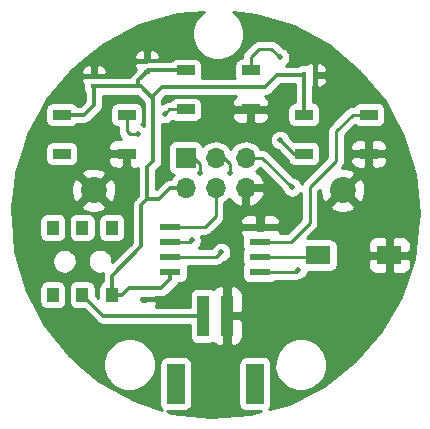
<source format=gbr>
G04 #@! TF.FileFunction,Copper,L1,Top,Signal*
%FSLAX46Y46*%
G04 Gerber Fmt 4.6, Leading zero omitted, Abs format (unit mm)*
G04 Created by KiCad (PCBNEW 4.0.6) date 08/10/17 10:11:21*
%MOMM*%
%LPD*%
G01*
G04 APERTURE LIST*
%ADD10C,0.100000*%
%ADD11R,1.800000X0.600000*%
%ADD12C,2.199640*%
%ADD13R,0.599440X0.398780*%
%ADD14R,0.398780X0.599440*%
%ADD15R,1.500000X0.900000*%
%ADD16R,1.700000X1.700000*%
%ADD17O,1.700000X1.700000*%
%ADD18R,1.000000X3.500000*%
%ADD19R,1.500000X3.400000*%
%ADD20R,1.000000X1.200000*%
%ADD21R,1.998980X1.600200*%
%ADD22C,0.500000*%
%ADD23C,0.250000*%
%ADD24C,0.300000*%
%ADD25C,0.200000*%
G04 APERTURE END LIST*
D10*
D11*
X149550000Y-93155000D03*
X149550000Y-91885000D03*
X149550000Y-90615000D03*
X149550000Y-89345000D03*
X141950000Y-89345000D03*
X141950000Y-90615000D03*
X141950000Y-91885000D03*
X141950000Y-93155000D03*
D12*
X156541000Y-86250000D03*
X135459000Y-86250000D03*
D13*
X140000000Y-76199580D03*
X140000000Y-75300420D03*
X135500000Y-77449580D03*
X135500000Y-76550420D03*
D14*
X153300420Y-76500000D03*
X154199580Y-76500000D03*
D15*
X132750000Y-83150000D03*
X138250000Y-83150000D03*
X138250000Y-79850000D03*
X132750000Y-79850000D03*
X143250000Y-79400000D03*
X148750000Y-79400000D03*
X148750000Y-76100000D03*
X143250000Y-76100000D03*
X153250000Y-83150000D03*
X158750000Y-83150000D03*
X158750000Y-79850000D03*
X153250000Y-79850000D03*
D16*
X143250000Y-83500000D03*
D17*
X143250000Y-86040000D03*
X145790000Y-83500000D03*
X145790000Y-86040000D03*
X148330000Y-83500000D03*
X148330000Y-86040000D03*
D18*
X144750000Y-96875000D03*
X146750000Y-96875000D03*
D19*
X142400000Y-102625000D03*
X149100000Y-102625000D03*
D20*
X137000000Y-95100000D03*
X134500000Y-95100000D03*
X132000000Y-95100000D03*
X137000000Y-89400000D03*
X134500000Y-89400000D03*
X132000000Y-89400000D03*
D21*
X154500260Y-91750000D03*
X160499740Y-91750000D03*
D13*
X139750000Y-94550420D03*
X139750000Y-95449580D03*
D22*
X152250000Y-86000000D03*
X152750000Y-93000000D03*
X144500000Y-84750000D03*
X143750000Y-90500000D03*
X147000000Y-84750000D03*
X146250000Y-91500000D03*
X139250000Y-81500000D03*
X141500000Y-79750000D03*
X151250000Y-75000000D03*
X151250000Y-82000000D03*
D23*
X149550000Y-93155000D02*
X152595000Y-93155000D01*
X149750000Y-83500000D02*
X148330000Y-83500000D01*
X152250000Y-86000000D02*
X149750000Y-83500000D01*
X152595000Y-93155000D02*
X152750000Y-93000000D01*
X149550000Y-91885000D02*
X154365260Y-91885000D01*
X154365260Y-91885000D02*
X154500260Y-91750000D01*
X153865260Y-91885000D02*
X154250260Y-91500000D01*
X149550000Y-90615000D02*
X152135000Y-90615000D01*
X157400000Y-79850000D02*
X158750000Y-79850000D01*
X156000000Y-81250000D02*
X157400000Y-79850000D01*
X156000000Y-83750000D02*
X156000000Y-81250000D01*
X153750000Y-86000000D02*
X156000000Y-83750000D01*
X153750000Y-89000000D02*
X153750000Y-86000000D01*
X152135000Y-90615000D02*
X153750000Y-89000000D01*
X141950000Y-89345000D02*
X144905000Y-89345000D01*
X145790000Y-88460000D02*
X145790000Y-86040000D01*
X144905000Y-89345000D02*
X145790000Y-88460000D01*
X141950000Y-90615000D02*
X143635000Y-90615000D01*
X144500000Y-84000000D02*
X144000000Y-83500000D01*
X144500000Y-84750000D02*
X144500000Y-84000000D01*
X143635000Y-90615000D02*
X143750000Y-90500000D01*
X144000000Y-83500000D02*
X143250000Y-83500000D01*
X141950000Y-91885000D02*
X145865000Y-91885000D01*
X147000000Y-84000000D02*
X146500000Y-83500000D01*
X147000000Y-84750000D02*
X147000000Y-84000000D01*
X145865000Y-91885000D02*
X146250000Y-91500000D01*
X146500000Y-83500000D02*
X145790000Y-83500000D01*
D24*
X139750000Y-94550420D02*
X141199580Y-94550420D01*
X141199580Y-94550420D02*
X141950000Y-93800000D01*
X141950000Y-93800000D02*
X141950000Y-93155000D01*
X137000000Y-95100000D02*
X137900000Y-95100000D01*
X138449580Y-94550420D02*
X139750000Y-94550420D01*
X137900000Y-95100000D02*
X138449580Y-94550420D01*
X137000000Y-95100000D02*
X137000000Y-93500000D01*
X139500000Y-87500000D02*
X140000000Y-87000000D01*
X139500000Y-87500000D02*
X139500000Y-88500000D01*
X139500000Y-91000000D02*
X139500000Y-88500000D01*
X137000000Y-93500000D02*
X139500000Y-91000000D01*
X140000000Y-87000000D02*
X141000000Y-87000000D01*
X141960000Y-86040000D02*
X143250000Y-86040000D01*
X141000000Y-87000000D02*
X141960000Y-86040000D01*
X140000000Y-86000000D02*
X140000000Y-87000000D01*
X143210000Y-86000000D02*
X143250000Y-86040000D01*
X140500000Y-78500000D02*
X140500000Y-78250000D01*
X151000000Y-76500000D02*
X153300420Y-76500000D01*
X150000000Y-77500000D02*
X151000000Y-76500000D01*
X141250000Y-77500000D02*
X150000000Y-77500000D01*
X140500000Y-78250000D02*
X141250000Y-77500000D01*
X139250000Y-77449580D02*
X139250000Y-76949580D01*
X139250000Y-76949580D02*
X140000000Y-76199580D01*
X140000000Y-86040000D02*
X140000000Y-86000000D01*
X140000000Y-86000000D02*
X140000000Y-84250000D01*
X140500000Y-83750000D02*
X140500000Y-78500000D01*
X140000000Y-84250000D02*
X140500000Y-83750000D01*
X139449580Y-77449580D02*
X139250000Y-77449580D01*
X139250000Y-77449580D02*
X135500000Y-77449580D01*
X140500000Y-78500000D02*
X139449580Y-77449580D01*
X143250000Y-76100000D02*
X140099580Y-76100000D01*
X140099580Y-76100000D02*
X140000000Y-76199580D01*
X153300420Y-76500000D02*
X153300420Y-79799580D01*
X153300420Y-79799580D02*
X153250000Y-79850000D01*
X143099580Y-76199580D02*
X143250000Y-76350000D01*
X132750000Y-79850000D02*
X134650000Y-79850000D01*
X134650000Y-79850000D02*
X135500000Y-79000000D01*
X135500000Y-79000000D02*
X135500000Y-77449580D01*
D23*
X143250000Y-79400000D02*
X141850000Y-79400000D01*
X138250000Y-81250000D02*
X138250000Y-79850000D01*
X138500000Y-81500000D02*
X138250000Y-81250000D01*
X139250000Y-81500000D02*
X138500000Y-81500000D01*
X141850000Y-79400000D02*
X141500000Y-79750000D01*
X153250000Y-83150000D02*
X152400000Y-83150000D01*
X148750000Y-75000000D02*
X148750000Y-76100000D01*
X149500000Y-74250000D02*
X148750000Y-75000000D01*
X150500000Y-74250000D02*
X149500000Y-74250000D01*
X151250000Y-75000000D02*
X150500000Y-74250000D01*
X152400000Y-83150000D02*
X151250000Y-82000000D01*
D25*
X153750000Y-83150000D02*
X153650000Y-83150000D01*
D24*
X144750000Y-96875000D02*
X136275000Y-96875000D01*
X136275000Y-96875000D02*
X134500000Y-95100000D01*
D23*
G36*
X144598935Y-71257426D02*
X144287150Y-71562748D01*
X144040607Y-71922815D01*
X143868697Y-72323911D01*
X143777968Y-72750759D01*
X143771875Y-73187101D01*
X143850651Y-73616316D01*
X144011294Y-74022056D01*
X144247687Y-74388866D01*
X144550825Y-74702775D01*
X144909162Y-74951825D01*
X145309048Y-75126531D01*
X145735253Y-75220238D01*
X146171541Y-75229377D01*
X146601296Y-75153600D01*
X147008147Y-74995792D01*
X147376599Y-74761966D01*
X147692616Y-74461027D01*
X147944162Y-74104438D01*
X148121655Y-73705781D01*
X148218336Y-73280241D01*
X148225296Y-72781808D01*
X148140535Y-72353734D01*
X147974242Y-71950277D01*
X147732750Y-71586803D01*
X147425259Y-71277158D01*
X147272912Y-71174399D01*
X149213255Y-71378337D01*
X152424355Y-72372338D01*
X155381230Y-73971114D01*
X157971255Y-76113769D01*
X160095776Y-78718689D01*
X161673871Y-81686654D01*
X162645430Y-84904615D01*
X162973448Y-88250000D01*
X162966733Y-88730907D01*
X162545434Y-92065829D01*
X161484403Y-95255407D01*
X159824053Y-98178152D01*
X157627626Y-100722736D01*
X154978785Y-102792238D01*
X151978422Y-104307831D01*
X150276639Y-104782977D01*
X150380537Y-104661073D01*
X150453160Y-104499963D01*
X150478024Y-104325000D01*
X150478024Y-101187101D01*
X150771875Y-101187101D01*
X150850651Y-101616316D01*
X151011294Y-102022056D01*
X151247687Y-102388866D01*
X151550825Y-102702775D01*
X151909162Y-102951825D01*
X152309048Y-103126531D01*
X152735253Y-103220238D01*
X153171541Y-103229377D01*
X153601296Y-103153600D01*
X154008147Y-102995792D01*
X154376599Y-102761966D01*
X154692616Y-102461027D01*
X154944162Y-102104438D01*
X155121655Y-101705781D01*
X155218336Y-101280241D01*
X155225296Y-100781808D01*
X155140535Y-100353734D01*
X154974242Y-99950277D01*
X154732750Y-99586803D01*
X154425259Y-99277158D01*
X154063480Y-99033135D01*
X153661193Y-98864029D01*
X153233722Y-98776282D01*
X152797349Y-98773235D01*
X152368694Y-98855006D01*
X151964085Y-99018478D01*
X151598935Y-99257426D01*
X151287150Y-99562748D01*
X151040607Y-99922815D01*
X150868697Y-100323911D01*
X150777968Y-100750759D01*
X150771875Y-101187101D01*
X150478024Y-101187101D01*
X150478024Y-100925000D01*
X150470087Y-100825471D01*
X150417809Y-100656659D01*
X150320571Y-100509095D01*
X150186073Y-100394463D01*
X150024963Y-100321840D01*
X149850000Y-100296976D01*
X148350000Y-100296976D01*
X148250471Y-100304913D01*
X148081659Y-100357191D01*
X147934095Y-100454429D01*
X147819463Y-100588927D01*
X147746840Y-100750037D01*
X147721976Y-100925000D01*
X147721976Y-104325000D01*
X147729913Y-104424529D01*
X147782191Y-104593341D01*
X147879429Y-104740905D01*
X148013927Y-104855537D01*
X148175037Y-104928160D01*
X148350000Y-104953024D01*
X149667598Y-104953024D01*
X148740820Y-105211785D01*
X145389299Y-105469671D01*
X142051517Y-105071664D01*
X141686380Y-104953024D01*
X143150000Y-104953024D01*
X143249529Y-104945087D01*
X143418341Y-104892809D01*
X143565905Y-104795571D01*
X143680537Y-104661073D01*
X143753160Y-104499963D01*
X143778024Y-104325000D01*
X143778024Y-100925000D01*
X143770087Y-100825471D01*
X143717809Y-100656659D01*
X143620571Y-100509095D01*
X143486073Y-100394463D01*
X143324963Y-100321840D01*
X143150000Y-100296976D01*
X141650000Y-100296976D01*
X141550471Y-100304913D01*
X141381659Y-100357191D01*
X141234095Y-100454429D01*
X141119463Y-100588927D01*
X141046840Y-100750037D01*
X141021976Y-100925000D01*
X141021976Y-104325000D01*
X141029913Y-104424529D01*
X141082191Y-104593341D01*
X141179429Y-104740905D01*
X141269309Y-104817509D01*
X138854609Y-104032926D01*
X135920345Y-102393021D01*
X134503394Y-101187101D01*
X136271875Y-101187101D01*
X136350651Y-101616316D01*
X136511294Y-102022056D01*
X136747687Y-102388866D01*
X137050825Y-102702775D01*
X137409162Y-102951825D01*
X137809048Y-103126531D01*
X138235253Y-103220238D01*
X138671541Y-103229377D01*
X139101296Y-103153600D01*
X139508147Y-102995792D01*
X139876599Y-102761966D01*
X140192616Y-102461027D01*
X140444162Y-102104438D01*
X140621655Y-101705781D01*
X140718336Y-101280241D01*
X140725296Y-100781808D01*
X140640535Y-100353734D01*
X140474242Y-99950277D01*
X140232750Y-99586803D01*
X139925259Y-99277158D01*
X139563480Y-99033135D01*
X139161193Y-98864029D01*
X138733722Y-98776282D01*
X138297349Y-98773235D01*
X137868694Y-98855006D01*
X137464085Y-99018478D01*
X137098935Y-99257426D01*
X136787150Y-99562748D01*
X136540607Y-99922815D01*
X136368697Y-100323911D01*
X136277968Y-100750759D01*
X136271875Y-101187101D01*
X134503394Y-101187101D01*
X133360488Y-100214412D01*
X131272545Y-97580083D01*
X129736043Y-94590374D01*
X129710129Y-94500000D01*
X130871976Y-94500000D01*
X130871976Y-95700000D01*
X130879913Y-95799529D01*
X130932191Y-95968341D01*
X131029429Y-96115905D01*
X131163927Y-96230537D01*
X131325037Y-96303160D01*
X131500000Y-96328024D01*
X132500000Y-96328024D01*
X132599529Y-96320087D01*
X132768341Y-96267809D01*
X132915905Y-96170571D01*
X133030537Y-96036073D01*
X133103160Y-95874963D01*
X133128024Y-95700000D01*
X133128024Y-94500000D01*
X133120087Y-94400471D01*
X133067809Y-94231659D01*
X132970571Y-94084095D01*
X132836073Y-93969463D01*
X132674963Y-93896840D01*
X132500000Y-93871976D01*
X131500000Y-93871976D01*
X131400471Y-93879913D01*
X131231659Y-93932191D01*
X131084095Y-94029429D01*
X130969463Y-94163927D01*
X130896840Y-94325037D01*
X130871976Y-94500000D01*
X129710129Y-94500000D01*
X129090268Y-92338287D01*
X131948619Y-92338287D01*
X131985791Y-92540820D01*
X132061594Y-92732275D01*
X132173140Y-92905361D01*
X132316181Y-93053485D01*
X132485269Y-93171003D01*
X132673962Y-93253442D01*
X132875074Y-93297659D01*
X133080945Y-93301971D01*
X133283732Y-93266215D01*
X133475712Y-93191750D01*
X133649573Y-93081415D01*
X133798691Y-92939412D01*
X133917388Y-92771149D01*
X134001141Y-92583035D01*
X134046761Y-92382237D01*
X134050046Y-92147042D01*
X134010050Y-91945048D01*
X133931581Y-91754669D01*
X133817629Y-91583158D01*
X133672534Y-91437046D01*
X133501822Y-91321900D01*
X133311996Y-91242104D01*
X133110286Y-91200699D01*
X132904375Y-91199261D01*
X132702107Y-91237846D01*
X132511185Y-91314983D01*
X132338882Y-91427735D01*
X132191761Y-91571807D01*
X132075425Y-91741711D01*
X131994307Y-91930975D01*
X131951494Y-92132391D01*
X131948619Y-92338287D01*
X129090268Y-92338287D01*
X128809508Y-91359162D01*
X128594610Y-88800000D01*
X130871976Y-88800000D01*
X130871976Y-90000000D01*
X130879913Y-90099529D01*
X130932191Y-90268341D01*
X131029429Y-90415905D01*
X131163927Y-90530537D01*
X131325037Y-90603160D01*
X131500000Y-90628024D01*
X132500000Y-90628024D01*
X132599529Y-90620087D01*
X132768341Y-90567809D01*
X132915905Y-90470571D01*
X133030537Y-90336073D01*
X133103160Y-90174963D01*
X133128024Y-90000000D01*
X133128024Y-88800000D01*
X133371976Y-88800000D01*
X133371976Y-90000000D01*
X133379913Y-90099529D01*
X133432191Y-90268341D01*
X133529429Y-90415905D01*
X133663927Y-90530537D01*
X133825037Y-90603160D01*
X134000000Y-90628024D01*
X135000000Y-90628024D01*
X135099529Y-90620087D01*
X135268341Y-90567809D01*
X135415905Y-90470571D01*
X135530537Y-90336073D01*
X135603160Y-90174963D01*
X135628024Y-90000000D01*
X135628024Y-88800000D01*
X135871976Y-88800000D01*
X135871976Y-90000000D01*
X135879913Y-90099529D01*
X135932191Y-90268341D01*
X136029429Y-90415905D01*
X136163927Y-90530537D01*
X136325037Y-90603160D01*
X136500000Y-90628024D01*
X137500000Y-90628024D01*
X137599529Y-90620087D01*
X137768341Y-90567809D01*
X137915905Y-90470571D01*
X138030537Y-90336073D01*
X138103160Y-90174963D01*
X138128024Y-90000000D01*
X138128024Y-88800000D01*
X138120087Y-88700471D01*
X138067809Y-88531659D01*
X137970571Y-88384095D01*
X137836073Y-88269463D01*
X137674963Y-88196840D01*
X137500000Y-88171976D01*
X136500000Y-88171976D01*
X136400471Y-88179913D01*
X136231659Y-88232191D01*
X136084095Y-88329429D01*
X135969463Y-88463927D01*
X135896840Y-88625037D01*
X135871976Y-88800000D01*
X135628024Y-88800000D01*
X135620087Y-88700471D01*
X135567809Y-88531659D01*
X135470571Y-88384095D01*
X135336073Y-88269463D01*
X135174963Y-88196840D01*
X135000000Y-88171976D01*
X134000000Y-88171976D01*
X133900471Y-88179913D01*
X133731659Y-88232191D01*
X133584095Y-88329429D01*
X133469463Y-88463927D01*
X133396840Y-88625037D01*
X133371976Y-88800000D01*
X133128024Y-88800000D01*
X133120087Y-88700471D01*
X133067809Y-88531659D01*
X132970571Y-88384095D01*
X132836073Y-88269463D01*
X132674963Y-88196840D01*
X132500000Y-88171976D01*
X131500000Y-88171976D01*
X131400471Y-88179913D01*
X131231659Y-88232191D01*
X131084095Y-88329429D01*
X130969463Y-88463927D01*
X130896840Y-88625037D01*
X130871976Y-88800000D01*
X128594610Y-88800000D01*
X128528231Y-88009523D01*
X128571867Y-87620494D01*
X134406704Y-87620494D01*
X134511893Y-87936375D01*
X134859086Y-88088744D01*
X135229335Y-88170450D01*
X135608408Y-88178354D01*
X135981741Y-88112154D01*
X136334984Y-87974391D01*
X136406107Y-87936375D01*
X136511296Y-87620494D01*
X135459000Y-86568198D01*
X134406704Y-87620494D01*
X128571867Y-87620494D01*
X128708834Y-86399408D01*
X133530646Y-86399408D01*
X133596846Y-86772741D01*
X133734609Y-87125984D01*
X133772625Y-87197107D01*
X134088506Y-87302296D01*
X135140802Y-86250000D01*
X135777198Y-86250000D01*
X136829494Y-87302296D01*
X137145375Y-87197107D01*
X137297744Y-86849914D01*
X137379450Y-86479665D01*
X137387354Y-86100592D01*
X137321154Y-85727259D01*
X137183391Y-85374016D01*
X137145375Y-85302893D01*
X136829494Y-85197704D01*
X135777198Y-86250000D01*
X135140802Y-86250000D01*
X134088506Y-85197704D01*
X133772625Y-85302893D01*
X133620256Y-85650086D01*
X133538550Y-86020335D01*
X133530646Y-86399408D01*
X128708834Y-86399408D01*
X128879318Y-84879506D01*
X134406704Y-84879506D01*
X135459000Y-85931802D01*
X136511296Y-84879506D01*
X136406107Y-84563625D01*
X136058914Y-84411256D01*
X135688665Y-84329550D01*
X135309592Y-84321646D01*
X134936259Y-84387846D01*
X134583016Y-84525609D01*
X134511893Y-84563625D01*
X134406704Y-84879506D01*
X128879318Y-84879506D01*
X128902926Y-84669044D01*
X129527543Y-82700000D01*
X131371976Y-82700000D01*
X131371976Y-83600000D01*
X131379913Y-83699529D01*
X131432191Y-83868341D01*
X131529429Y-84015905D01*
X131663927Y-84130537D01*
X131825037Y-84203160D01*
X132000000Y-84228024D01*
X133500000Y-84228024D01*
X133599529Y-84220087D01*
X133768341Y-84167809D01*
X133915905Y-84070571D01*
X134030537Y-83936073D01*
X134103160Y-83774963D01*
X134128024Y-83600000D01*
X134128024Y-83581250D01*
X136675000Y-83581250D01*
X136675000Y-83681256D01*
X136706704Y-83840644D01*
X136768895Y-83990784D01*
X136859181Y-84125907D01*
X136974093Y-84240820D01*
X137109216Y-84331106D01*
X137259357Y-84393296D01*
X137418745Y-84425000D01*
X137818750Y-84425000D01*
X138025000Y-84218750D01*
X138025000Y-83375000D01*
X136881250Y-83375000D01*
X136675000Y-83581250D01*
X134128024Y-83581250D01*
X134128024Y-82700000D01*
X134120087Y-82600471D01*
X134067809Y-82431659D01*
X133970571Y-82284095D01*
X133836073Y-82169463D01*
X133674963Y-82096840D01*
X133500000Y-82071976D01*
X132000000Y-82071976D01*
X131900471Y-82079913D01*
X131731659Y-82132191D01*
X131584095Y-82229429D01*
X131469463Y-82363927D01*
X131396840Y-82525037D01*
X131371976Y-82700000D01*
X129527543Y-82700000D01*
X129919320Y-81464962D01*
X131054542Y-79400000D01*
X131371976Y-79400000D01*
X131371976Y-80300000D01*
X131379913Y-80399529D01*
X131432191Y-80568341D01*
X131529429Y-80715905D01*
X131663927Y-80830537D01*
X131825037Y-80903160D01*
X132000000Y-80928024D01*
X133500000Y-80928024D01*
X133599529Y-80920087D01*
X133768341Y-80867809D01*
X133915905Y-80770571D01*
X134030537Y-80636073D01*
X134035528Y-80625000D01*
X134650000Y-80625000D01*
X134721249Y-80618014D01*
X134792563Y-80611775D01*
X134796478Y-80610637D01*
X134800532Y-80610240D01*
X134869023Y-80589562D01*
X134937810Y-80569577D01*
X134941430Y-80567700D01*
X134945330Y-80566523D01*
X135008511Y-80532929D01*
X135072095Y-80499970D01*
X135075281Y-80497426D01*
X135078878Y-80495514D01*
X135134359Y-80450265D01*
X135190302Y-80405606D01*
X135195975Y-80400012D01*
X135196092Y-80399917D01*
X135196181Y-80399809D01*
X135198008Y-80398008D01*
X136048008Y-79548007D01*
X136093434Y-79492704D01*
X136139463Y-79437849D01*
X136141427Y-79434276D01*
X136144013Y-79431128D01*
X136177824Y-79368071D01*
X136212330Y-79305305D01*
X136213563Y-79301418D01*
X136215488Y-79297828D01*
X136236414Y-79229383D01*
X136258064Y-79161132D01*
X136258518Y-79157082D01*
X136259710Y-79153184D01*
X136266950Y-79081910D01*
X136274924Y-79010821D01*
X136274980Y-79002863D01*
X136274996Y-79002704D01*
X136274982Y-79002556D01*
X136275000Y-79000000D01*
X136275000Y-78224580D01*
X139128564Y-78224580D01*
X139725000Y-78821016D01*
X139725000Y-80764905D01*
X139668185Y-80726583D01*
X139510051Y-80660110D01*
X139530537Y-80636073D01*
X139603160Y-80474963D01*
X139628024Y-80300000D01*
X139628024Y-79400000D01*
X139620087Y-79300471D01*
X139567809Y-79131659D01*
X139470571Y-78984095D01*
X139336073Y-78869463D01*
X139174963Y-78796840D01*
X139000000Y-78771976D01*
X137500000Y-78771976D01*
X137400471Y-78779913D01*
X137231659Y-78832191D01*
X137084095Y-78929429D01*
X136969463Y-79063927D01*
X136896840Y-79225037D01*
X136871976Y-79400000D01*
X136871976Y-80300000D01*
X136879913Y-80399529D01*
X136932191Y-80568341D01*
X137029429Y-80715905D01*
X137163927Y-80830537D01*
X137325037Y-80903160D01*
X137500000Y-80928024D01*
X137500000Y-81250000D01*
X137506757Y-81318907D01*
X137512799Y-81387964D01*
X137513899Y-81391751D01*
X137514284Y-81395676D01*
X137534315Y-81462024D01*
X137553636Y-81528527D01*
X137555450Y-81532026D01*
X137556590Y-81535803D01*
X137589129Y-81597000D01*
X137620997Y-81658479D01*
X137623457Y-81661560D01*
X137625309Y-81665044D01*
X137669107Y-81718746D01*
X137712317Y-81772874D01*
X137717728Y-81778361D01*
X137717822Y-81778476D01*
X137717928Y-81778564D01*
X137719670Y-81780330D01*
X137814340Y-81875000D01*
X137418745Y-81875000D01*
X137259357Y-81906704D01*
X137109216Y-81968894D01*
X136974093Y-82059180D01*
X136859181Y-82174093D01*
X136768895Y-82309216D01*
X136706704Y-82459356D01*
X136675000Y-82618744D01*
X136675000Y-82718750D01*
X136881250Y-82925000D01*
X138025000Y-82925000D01*
X138025000Y-82905000D01*
X138475000Y-82905000D01*
X138475000Y-82925000D01*
X138495000Y-82925000D01*
X138495000Y-83375000D01*
X138475000Y-83375000D01*
X138475000Y-84218750D01*
X138681250Y-84425000D01*
X139081255Y-84425000D01*
X139225000Y-84396408D01*
X139225000Y-86678984D01*
X138951992Y-86951992D01*
X138906527Y-87007342D01*
X138860537Y-87062151D01*
X138858574Y-87065721D01*
X138855987Y-87068871D01*
X138822165Y-87131950D01*
X138787670Y-87194695D01*
X138786437Y-87198582D01*
X138784512Y-87202172D01*
X138763582Y-87270630D01*
X138741936Y-87338868D01*
X138741482Y-87342917D01*
X138740290Y-87346815D01*
X138733054Y-87418055D01*
X138725076Y-87489179D01*
X138725020Y-87497147D01*
X138725005Y-87497295D01*
X138725018Y-87497433D01*
X138725000Y-87500000D01*
X138725000Y-90678984D01*
X137047115Y-92356869D01*
X137050046Y-92147042D01*
X137010050Y-91945048D01*
X136931581Y-91754669D01*
X136817629Y-91583158D01*
X136672534Y-91437046D01*
X136501822Y-91321900D01*
X136311996Y-91242104D01*
X136110286Y-91200699D01*
X135904375Y-91199261D01*
X135702107Y-91237846D01*
X135511185Y-91314983D01*
X135338882Y-91427735D01*
X135191761Y-91571807D01*
X135075425Y-91741711D01*
X134994307Y-91930975D01*
X134951494Y-92132391D01*
X134948619Y-92338287D01*
X134985791Y-92540820D01*
X135061594Y-92732275D01*
X135173140Y-92905361D01*
X135316181Y-93053485D01*
X135485269Y-93171003D01*
X135673962Y-93253442D01*
X135875074Y-93297659D01*
X136080945Y-93301971D01*
X136263861Y-93269719D01*
X136263582Y-93270630D01*
X136241936Y-93338868D01*
X136241482Y-93342917D01*
X136240290Y-93346815D01*
X136233054Y-93418055D01*
X136225076Y-93489179D01*
X136225020Y-93497147D01*
X136225005Y-93497295D01*
X136225018Y-93497433D01*
X136225000Y-93500000D01*
X136225000Y-93936579D01*
X136084095Y-94029429D01*
X135969463Y-94163927D01*
X135896840Y-94325037D01*
X135871976Y-94500000D01*
X135871976Y-95375960D01*
X135628024Y-95132008D01*
X135628024Y-94500000D01*
X135620087Y-94400471D01*
X135567809Y-94231659D01*
X135470571Y-94084095D01*
X135336073Y-93969463D01*
X135174963Y-93896840D01*
X135000000Y-93871976D01*
X134000000Y-93871976D01*
X133900471Y-93879913D01*
X133731659Y-93932191D01*
X133584095Y-94029429D01*
X133469463Y-94163927D01*
X133396840Y-94325037D01*
X133371976Y-94500000D01*
X133371976Y-95700000D01*
X133379913Y-95799529D01*
X133432191Y-95968341D01*
X133529429Y-96115905D01*
X133663927Y-96230537D01*
X133825037Y-96303160D01*
X134000000Y-96328024D01*
X134632008Y-96328024D01*
X135726992Y-97423008D01*
X135782342Y-97468473D01*
X135837151Y-97514463D01*
X135840721Y-97516426D01*
X135843871Y-97519013D01*
X135906950Y-97552835D01*
X135969695Y-97587330D01*
X135973582Y-97588563D01*
X135977172Y-97590488D01*
X136045630Y-97611418D01*
X136113868Y-97633064D01*
X136117917Y-97633518D01*
X136121815Y-97634710D01*
X136193055Y-97641946D01*
X136264179Y-97649924D01*
X136272147Y-97649980D01*
X136272295Y-97649995D01*
X136272433Y-97649982D01*
X136275000Y-97650000D01*
X143621976Y-97650000D01*
X143621976Y-98625000D01*
X143629913Y-98724529D01*
X143682191Y-98893341D01*
X143779429Y-99040905D01*
X143913927Y-99155537D01*
X144075037Y-99228160D01*
X144250000Y-99253024D01*
X145250000Y-99253024D01*
X145349529Y-99245087D01*
X145518341Y-99192809D01*
X145600850Y-99138439D01*
X145609181Y-99150907D01*
X145724093Y-99265820D01*
X145859216Y-99356106D01*
X146009357Y-99418296D01*
X146168745Y-99450000D01*
X146318750Y-99450000D01*
X146525000Y-99243750D01*
X146525000Y-97100000D01*
X146975000Y-97100000D01*
X146975000Y-99243750D01*
X147181250Y-99450000D01*
X147331255Y-99450000D01*
X147490643Y-99418296D01*
X147640784Y-99356106D01*
X147775907Y-99265820D01*
X147890819Y-99150907D01*
X147981105Y-99015784D01*
X148043296Y-98865644D01*
X148075000Y-98706256D01*
X148075000Y-97306250D01*
X147868750Y-97100000D01*
X146975000Y-97100000D01*
X146525000Y-97100000D01*
X146505000Y-97100000D01*
X146505000Y-96650000D01*
X146525000Y-96650000D01*
X146525000Y-94506250D01*
X146975000Y-94506250D01*
X146975000Y-96650000D01*
X147868750Y-96650000D01*
X148075000Y-96443750D01*
X148075000Y-95043744D01*
X148043296Y-94884356D01*
X147981105Y-94734216D01*
X147890819Y-94599093D01*
X147775907Y-94484180D01*
X147640784Y-94393894D01*
X147490643Y-94331704D01*
X147331255Y-94300000D01*
X147181250Y-94300000D01*
X146975000Y-94506250D01*
X146525000Y-94506250D01*
X146318750Y-94300000D01*
X146168745Y-94300000D01*
X146009357Y-94331704D01*
X145859216Y-94393894D01*
X145724093Y-94484180D01*
X145609181Y-94599093D01*
X145602767Y-94608692D01*
X145586073Y-94594463D01*
X145424963Y-94521840D01*
X145250000Y-94496976D01*
X144250000Y-94496976D01*
X144150471Y-94504913D01*
X143981659Y-94557191D01*
X143834095Y-94654429D01*
X143719463Y-94788927D01*
X143646840Y-94950037D01*
X143621976Y-95125000D01*
X143621976Y-96100000D01*
X140740571Y-96100000D01*
X140780826Y-96039754D01*
X140843016Y-95889613D01*
X140870522Y-95751327D01*
X140874720Y-95755525D01*
X140874720Y-95730225D01*
X140870522Y-95751327D01*
X140668470Y-95549275D01*
X139899860Y-95549275D01*
X139899860Y-95648970D01*
X139600140Y-95648970D01*
X139600140Y-95549275D01*
X139505000Y-95549275D01*
X139505000Y-95377834D01*
X140049720Y-95377834D01*
X140149249Y-95369897D01*
X140213870Y-95349885D01*
X140668470Y-95349885D01*
X140692935Y-95325420D01*
X141199580Y-95325420D01*
X141270829Y-95318434D01*
X141342143Y-95312195D01*
X141346058Y-95311057D01*
X141350112Y-95310660D01*
X141418603Y-95289982D01*
X141487390Y-95269997D01*
X141491010Y-95268120D01*
X141494910Y-95266943D01*
X141558091Y-95233349D01*
X141621675Y-95200390D01*
X141624861Y-95197846D01*
X141628458Y-95195934D01*
X141683939Y-95150685D01*
X141739882Y-95106026D01*
X141745555Y-95100432D01*
X141745672Y-95100337D01*
X141745761Y-95100229D01*
X141747588Y-95098428D01*
X142498008Y-94348008D01*
X142543473Y-94292658D01*
X142589463Y-94237849D01*
X142591426Y-94234279D01*
X142594013Y-94231129D01*
X142627846Y-94168032D01*
X142662330Y-94105305D01*
X142663562Y-94101421D01*
X142665488Y-94097829D01*
X142670014Y-94083024D01*
X142850000Y-94083024D01*
X142949529Y-94075087D01*
X143118341Y-94022809D01*
X143265905Y-93925571D01*
X143380537Y-93791073D01*
X143453160Y-93629963D01*
X143478024Y-93455000D01*
X143478024Y-92855000D01*
X143470087Y-92755471D01*
X143432779Y-92635000D01*
X145865000Y-92635000D01*
X145933907Y-92628243D01*
X146002964Y-92622201D01*
X146006751Y-92621101D01*
X146010676Y-92620716D01*
X146077024Y-92600685D01*
X146143527Y-92581364D01*
X146147026Y-92579550D01*
X146150803Y-92578410D01*
X146212000Y-92545871D01*
X146273479Y-92514003D01*
X146276560Y-92511543D01*
X146280044Y-92509691D01*
X146333746Y-92465893D01*
X146387874Y-92422683D01*
X146393361Y-92417272D01*
X146393476Y-92417178D01*
X146393564Y-92417072D01*
X146395330Y-92415330D01*
X146458971Y-92351689D01*
X146486443Y-92346845D01*
X146646427Y-92284792D01*
X146791311Y-92192846D01*
X146915576Y-92074510D01*
X147014490Y-91934290D01*
X147084284Y-91777529D01*
X147122301Y-91610197D01*
X147125038Y-91414202D01*
X147091708Y-91245873D01*
X147026318Y-91087225D01*
X146931358Y-90944298D01*
X146810445Y-90822539D01*
X146668185Y-90726583D01*
X146509997Y-90660087D01*
X146341905Y-90625583D01*
X146170313Y-90624385D01*
X146001756Y-90656539D01*
X145842654Y-90720820D01*
X145699069Y-90814780D01*
X145576468Y-90934839D01*
X145479521Y-91076426D01*
X145454416Y-91135000D01*
X144352055Y-91135000D01*
X144415576Y-91074510D01*
X144514490Y-90934290D01*
X144584284Y-90777529D01*
X144622301Y-90610197D01*
X144625038Y-90414202D01*
X144591708Y-90245873D01*
X144529523Y-90095000D01*
X144905000Y-90095000D01*
X144973907Y-90088243D01*
X145042964Y-90082201D01*
X145046751Y-90081101D01*
X145050676Y-90080716D01*
X145117024Y-90060685D01*
X145183527Y-90041364D01*
X145187026Y-90039550D01*
X145190803Y-90038410D01*
X145252000Y-90005871D01*
X145313479Y-89974003D01*
X145316560Y-89971543D01*
X145320044Y-89969691D01*
X145373746Y-89925893D01*
X145427874Y-89882683D01*
X145433361Y-89877272D01*
X145433476Y-89877178D01*
X145433564Y-89877072D01*
X145435330Y-89875330D01*
X146320330Y-88990330D01*
X146342167Y-88963745D01*
X147825000Y-88963745D01*
X147825000Y-88988750D01*
X148031250Y-89195000D01*
X149325000Y-89195000D01*
X149325000Y-88426250D01*
X149775000Y-88426250D01*
X149775000Y-89195000D01*
X151068750Y-89195000D01*
X151275000Y-88988750D01*
X151275000Y-88963745D01*
X151243296Y-88804357D01*
X151181106Y-88654216D01*
X151090820Y-88519093D01*
X150975907Y-88404181D01*
X150840784Y-88313895D01*
X150690644Y-88251704D01*
X150531256Y-88220000D01*
X149981250Y-88220000D01*
X149775000Y-88426250D01*
X149325000Y-88426250D01*
X149118750Y-88220000D01*
X148568744Y-88220000D01*
X148409356Y-88251704D01*
X148259216Y-88313895D01*
X148124093Y-88404181D01*
X148009180Y-88519093D01*
X147918894Y-88654216D01*
X147856704Y-88804357D01*
X147825000Y-88963745D01*
X146342167Y-88963745D01*
X146364267Y-88936840D01*
X146408835Y-88883725D01*
X146410736Y-88880267D01*
X146413238Y-88877221D01*
X146445972Y-88816174D01*
X146479352Y-88755456D01*
X146480544Y-88751698D01*
X146482408Y-88748222D01*
X146502668Y-88681954D01*
X146523611Y-88615934D01*
X146524050Y-88612016D01*
X146525204Y-88608243D01*
X146532209Y-88539284D01*
X146539927Y-88470472D01*
X146539981Y-88462769D01*
X146539996Y-88462618D01*
X146539983Y-88462478D01*
X146540000Y-88460000D01*
X146540000Y-87311506D01*
X146597656Y-87281364D01*
X146822003Y-87100984D01*
X146940093Y-86960250D01*
X147032327Y-87099101D01*
X147263882Y-87331914D01*
X147536407Y-87515080D01*
X147839429Y-87641559D01*
X147848117Y-87644186D01*
X148105000Y-87491414D01*
X148105000Y-86265000D01*
X148555000Y-86265000D01*
X148555000Y-87491414D01*
X148811883Y-87644186D01*
X148820571Y-87641559D01*
X149123593Y-87515080D01*
X149396118Y-87331914D01*
X149627673Y-87099101D01*
X149809359Y-86825587D01*
X149934194Y-86521884D01*
X149783577Y-86265000D01*
X148555000Y-86265000D01*
X148105000Y-86265000D01*
X148085000Y-86265000D01*
X148085000Y-85815000D01*
X148105000Y-85815000D01*
X148105000Y-85795000D01*
X148555000Y-85795000D01*
X148555000Y-85815000D01*
X149783577Y-85815000D01*
X149934194Y-85558116D01*
X149809359Y-85254413D01*
X149627673Y-84980899D01*
X149396118Y-84748086D01*
X149250784Y-84650406D01*
X149362003Y-84560984D01*
X149539177Y-84349837D01*
X151398787Y-86209447D01*
X151404826Y-86242350D01*
X151467995Y-86401896D01*
X151560950Y-86546134D01*
X151680151Y-86669570D01*
X151821057Y-86767503D01*
X151978302Y-86836201D01*
X152145895Y-86873049D01*
X152317454Y-86876643D01*
X152486443Y-86846845D01*
X152646427Y-86784792D01*
X152791311Y-86692846D01*
X152915576Y-86574510D01*
X153000000Y-86454831D01*
X153000000Y-88689340D01*
X151824340Y-89865000D01*
X151247402Y-89865000D01*
X151275000Y-89726255D01*
X151275000Y-89701250D01*
X151068750Y-89495000D01*
X149775000Y-89495000D01*
X149775000Y-89590000D01*
X149325000Y-89590000D01*
X149325000Y-89495000D01*
X148031250Y-89495000D01*
X147825000Y-89701250D01*
X147825000Y-89726255D01*
X147856704Y-89885643D01*
X147918894Y-90035784D01*
X148009180Y-90170907D01*
X148038313Y-90200040D01*
X148021976Y-90315000D01*
X148021976Y-90915000D01*
X148029913Y-91014529D01*
X148082191Y-91183341D01*
X148122816Y-91244992D01*
X148119463Y-91248927D01*
X148046840Y-91410037D01*
X148021976Y-91585000D01*
X148021976Y-92185000D01*
X148029913Y-92284529D01*
X148082191Y-92453341D01*
X148122816Y-92514992D01*
X148119463Y-92518927D01*
X148046840Y-92680037D01*
X148021976Y-92855000D01*
X148021976Y-93455000D01*
X148029913Y-93554529D01*
X148082191Y-93723341D01*
X148179429Y-93870905D01*
X148313927Y-93985537D01*
X148475037Y-94058160D01*
X148650000Y-94083024D01*
X150450000Y-94083024D01*
X150549529Y-94075087D01*
X150718341Y-94022809D01*
X150865905Y-93925571D01*
X150883438Y-93905000D01*
X152595000Y-93905000D01*
X152663907Y-93898243D01*
X152732964Y-93892201D01*
X152736751Y-93891101D01*
X152740676Y-93890716D01*
X152789246Y-93876052D01*
X152817454Y-93876643D01*
X152986443Y-93846845D01*
X153146427Y-93784792D01*
X153291311Y-93692846D01*
X153415576Y-93574510D01*
X153514490Y-93434290D01*
X153584284Y-93277529D01*
X153606868Y-93178124D01*
X155499750Y-93178124D01*
X155599279Y-93170187D01*
X155768091Y-93117909D01*
X155915655Y-93020671D01*
X156030287Y-92886173D01*
X156102910Y-92725063D01*
X156127774Y-92550100D01*
X156127774Y-92181250D01*
X158675250Y-92181250D01*
X158675250Y-92631356D01*
X158706954Y-92790744D01*
X158769145Y-92940884D01*
X158859431Y-93076007D01*
X158974343Y-93190920D01*
X159109466Y-93281206D01*
X159259607Y-93343396D01*
X159418995Y-93375100D01*
X160068490Y-93375100D01*
X160274740Y-93168850D01*
X160274740Y-91975000D01*
X160724740Y-91975000D01*
X160724740Y-93168850D01*
X160930990Y-93375100D01*
X161580485Y-93375100D01*
X161739873Y-93343396D01*
X161890014Y-93281206D01*
X162025137Y-93190920D01*
X162140049Y-93076007D01*
X162230335Y-92940884D01*
X162292526Y-92790744D01*
X162324230Y-92631356D01*
X162324230Y-92181250D01*
X162117980Y-91975000D01*
X160724740Y-91975000D01*
X160274740Y-91975000D01*
X158881500Y-91975000D01*
X158675250Y-92181250D01*
X156127774Y-92181250D01*
X156127774Y-90949900D01*
X156121295Y-90868644D01*
X158675250Y-90868644D01*
X158675250Y-91318750D01*
X158881500Y-91525000D01*
X160274740Y-91525000D01*
X160274740Y-90331150D01*
X160724740Y-90331150D01*
X160724740Y-91525000D01*
X162117980Y-91525000D01*
X162324230Y-91318750D01*
X162324230Y-90868644D01*
X162292526Y-90709256D01*
X162230335Y-90559116D01*
X162140049Y-90423993D01*
X162025137Y-90309080D01*
X161890014Y-90218794D01*
X161739873Y-90156604D01*
X161580485Y-90124900D01*
X160930990Y-90124900D01*
X160724740Y-90331150D01*
X160274740Y-90331150D01*
X160068490Y-90124900D01*
X159418995Y-90124900D01*
X159259607Y-90156604D01*
X159109466Y-90218794D01*
X158974343Y-90309080D01*
X158859431Y-90423993D01*
X158769145Y-90559116D01*
X158706954Y-90709256D01*
X158675250Y-90868644D01*
X156121295Y-90868644D01*
X156119837Y-90850371D01*
X156067559Y-90681559D01*
X155970321Y-90533995D01*
X155835823Y-90419363D01*
X155674713Y-90346740D01*
X155499750Y-90321876D01*
X153500770Y-90321876D01*
X153487745Y-90322915D01*
X154280330Y-89530330D01*
X154324267Y-89476840D01*
X154368835Y-89423725D01*
X154370736Y-89420267D01*
X154373238Y-89417221D01*
X154405972Y-89356174D01*
X154439352Y-89295456D01*
X154440544Y-89291698D01*
X154442408Y-89288222D01*
X154462668Y-89221954D01*
X154483611Y-89155934D01*
X154484050Y-89152016D01*
X154485204Y-89148243D01*
X154492209Y-89079284D01*
X154499927Y-89010472D01*
X154499981Y-89002769D01*
X154499996Y-89002618D01*
X154499983Y-89002478D01*
X154500000Y-89000000D01*
X154500000Y-87620494D01*
X155488704Y-87620494D01*
X155593893Y-87936375D01*
X155941086Y-88088744D01*
X156311335Y-88170450D01*
X156690408Y-88178354D01*
X157063741Y-88112154D01*
X157416984Y-87974391D01*
X157488107Y-87936375D01*
X157593296Y-87620494D01*
X156541000Y-86568198D01*
X155488704Y-87620494D01*
X154500000Y-87620494D01*
X154500000Y-86310660D01*
X154616935Y-86193725D01*
X154612646Y-86399408D01*
X154678846Y-86772741D01*
X154816609Y-87125984D01*
X154854625Y-87197107D01*
X155170506Y-87302296D01*
X156222802Y-86250000D01*
X156859198Y-86250000D01*
X157911494Y-87302296D01*
X158227375Y-87197107D01*
X158379744Y-86849914D01*
X158461450Y-86479665D01*
X158469354Y-86100592D01*
X158403154Y-85727259D01*
X158265391Y-85374016D01*
X158227375Y-85302893D01*
X157911494Y-85197704D01*
X156859198Y-86250000D01*
X156222802Y-86250000D01*
X156208660Y-86235858D01*
X156526858Y-85917660D01*
X156541000Y-85931802D01*
X157593296Y-84879506D01*
X157488107Y-84563625D01*
X157140914Y-84411256D01*
X156770665Y-84329550D01*
X156487024Y-84323636D01*
X156530330Y-84280330D01*
X156574289Y-84226813D01*
X156618835Y-84173725D01*
X156620734Y-84170270D01*
X156623239Y-84167221D01*
X156655983Y-84106154D01*
X156689352Y-84045456D01*
X156690545Y-84041696D01*
X156692408Y-84038221D01*
X156712660Y-83971980D01*
X156733611Y-83905934D01*
X156734051Y-83902014D01*
X156735204Y-83898242D01*
X156742207Y-83829294D01*
X156749927Y-83760472D01*
X156749981Y-83752768D01*
X156749996Y-83752617D01*
X156749983Y-83752477D01*
X156750000Y-83750000D01*
X156750000Y-83581250D01*
X157175000Y-83581250D01*
X157175000Y-83681256D01*
X157206704Y-83840644D01*
X157268895Y-83990784D01*
X157359181Y-84125907D01*
X157474093Y-84240820D01*
X157609216Y-84331106D01*
X157759357Y-84393296D01*
X157918745Y-84425000D01*
X158318750Y-84425000D01*
X158525000Y-84218750D01*
X158525000Y-83375000D01*
X158975000Y-83375000D01*
X158975000Y-84218750D01*
X159181250Y-84425000D01*
X159581255Y-84425000D01*
X159740643Y-84393296D01*
X159890784Y-84331106D01*
X160025907Y-84240820D01*
X160140819Y-84125907D01*
X160231105Y-83990784D01*
X160293296Y-83840644D01*
X160325000Y-83681256D01*
X160325000Y-83581250D01*
X160118750Y-83375000D01*
X158975000Y-83375000D01*
X158525000Y-83375000D01*
X157381250Y-83375000D01*
X157175000Y-83581250D01*
X156750000Y-83581250D01*
X156750000Y-82618744D01*
X157175000Y-82618744D01*
X157175000Y-82718750D01*
X157381250Y-82925000D01*
X158525000Y-82925000D01*
X158525000Y-82081250D01*
X158975000Y-82081250D01*
X158975000Y-82925000D01*
X160118750Y-82925000D01*
X160325000Y-82718750D01*
X160325000Y-82618744D01*
X160293296Y-82459356D01*
X160231105Y-82309216D01*
X160140819Y-82174093D01*
X160025907Y-82059180D01*
X159890784Y-81968894D01*
X159740643Y-81906704D01*
X159581255Y-81875000D01*
X159181250Y-81875000D01*
X158975000Y-82081250D01*
X158525000Y-82081250D01*
X158318750Y-81875000D01*
X157918745Y-81875000D01*
X157759357Y-81906704D01*
X157609216Y-81968894D01*
X157474093Y-82059180D01*
X157359181Y-82174093D01*
X157268895Y-82309216D01*
X157206704Y-82459356D01*
X157175000Y-82618744D01*
X156750000Y-82618744D01*
X156750000Y-81560660D01*
X157564697Y-80745963D01*
X157663927Y-80830537D01*
X157825037Y-80903160D01*
X158000000Y-80928024D01*
X159500000Y-80928024D01*
X159599529Y-80920087D01*
X159768341Y-80867809D01*
X159915905Y-80770571D01*
X160030537Y-80636073D01*
X160103160Y-80474963D01*
X160128024Y-80300000D01*
X160128024Y-79400000D01*
X160120087Y-79300471D01*
X160067809Y-79131659D01*
X159970571Y-78984095D01*
X159836073Y-78869463D01*
X159674963Y-78796840D01*
X159500000Y-78771976D01*
X158000000Y-78771976D01*
X157900471Y-78779913D01*
X157731659Y-78832191D01*
X157584095Y-78929429D01*
X157469463Y-79063927D01*
X157453202Y-79100000D01*
X157400000Y-79100000D01*
X157331093Y-79106757D01*
X157262036Y-79112799D01*
X157258249Y-79113899D01*
X157254324Y-79114284D01*
X157187976Y-79134315D01*
X157121473Y-79153636D01*
X157117974Y-79155450D01*
X157114197Y-79156590D01*
X157053000Y-79189129D01*
X156991521Y-79220997D01*
X156988440Y-79223457D01*
X156984956Y-79225309D01*
X156931254Y-79269107D01*
X156877126Y-79312317D01*
X156871639Y-79317728D01*
X156871524Y-79317822D01*
X156871436Y-79317928D01*
X156869670Y-79319670D01*
X155469670Y-80719670D01*
X155425733Y-80773160D01*
X155381165Y-80826275D01*
X155379264Y-80829733D01*
X155376762Y-80832779D01*
X155344028Y-80893826D01*
X155310648Y-80954544D01*
X155309456Y-80958302D01*
X155307592Y-80961778D01*
X155287332Y-81028046D01*
X155266389Y-81094066D01*
X155265950Y-81097984D01*
X155264796Y-81101757D01*
X155257791Y-81170716D01*
X155250073Y-81239528D01*
X155250019Y-81247231D01*
X155250004Y-81247382D01*
X155250017Y-81247522D01*
X155250000Y-81250000D01*
X155250000Y-83439340D01*
X153219670Y-85469670D01*
X153175733Y-85523160D01*
X153131165Y-85576275D01*
X153129264Y-85579733D01*
X153126762Y-85582779D01*
X153094028Y-85643826D01*
X153068664Y-85689963D01*
X153026318Y-85587225D01*
X152931358Y-85444298D01*
X152810445Y-85322539D01*
X152668185Y-85226583D01*
X152509997Y-85160087D01*
X152460609Y-85149949D01*
X150280330Y-82969670D01*
X150226840Y-82925733D01*
X150173725Y-82881165D01*
X150170267Y-82879264D01*
X150167221Y-82876762D01*
X150106174Y-82844028D01*
X150045456Y-82810648D01*
X150041698Y-82809456D01*
X150038222Y-82807592D01*
X149971954Y-82787332D01*
X149905934Y-82766389D01*
X149902016Y-82765950D01*
X149898243Y-82764796D01*
X149829284Y-82757791D01*
X149760472Y-82750073D01*
X149752769Y-82750019D01*
X149752618Y-82750004D01*
X149752478Y-82750017D01*
X149750000Y-82750000D01*
X149597581Y-82750000D01*
X149558559Y-82676610D01*
X149376617Y-82453528D01*
X149154810Y-82270033D01*
X148901585Y-82133115D01*
X148709233Y-82073572D01*
X150373850Y-82073572D01*
X150404826Y-82242350D01*
X150467995Y-82401896D01*
X150560950Y-82546134D01*
X150680151Y-82669570D01*
X150821057Y-82767503D01*
X150978302Y-82836201D01*
X151038854Y-82849514D01*
X151869670Y-83680330D01*
X151878993Y-83687988D01*
X151879913Y-83699529D01*
X151932191Y-83868341D01*
X152029429Y-84015905D01*
X152163927Y-84130537D01*
X152325037Y-84203160D01*
X152500000Y-84228024D01*
X154000000Y-84228024D01*
X154099529Y-84220087D01*
X154268341Y-84167809D01*
X154415905Y-84070571D01*
X154530537Y-83936073D01*
X154603160Y-83774963D01*
X154628024Y-83600000D01*
X154628024Y-82700000D01*
X154620087Y-82600471D01*
X154567809Y-82431659D01*
X154470571Y-82284095D01*
X154336073Y-82169463D01*
X154174963Y-82096840D01*
X154000000Y-82071976D01*
X152500000Y-82071976D01*
X152400471Y-82079913D01*
X152392913Y-82082253D01*
X152100392Y-81789732D01*
X152091708Y-81745873D01*
X152026318Y-81587225D01*
X151931358Y-81444298D01*
X151810445Y-81322539D01*
X151668185Y-81226583D01*
X151509997Y-81160087D01*
X151341905Y-81125583D01*
X151170313Y-81124385D01*
X151001756Y-81156539D01*
X150842654Y-81220820D01*
X150699069Y-81314780D01*
X150576468Y-81434839D01*
X150479521Y-81576426D01*
X150411922Y-81734146D01*
X150376245Y-81901993D01*
X150373850Y-82073572D01*
X148709233Y-82073572D01*
X148626590Y-82047990D01*
X148340297Y-82017899D01*
X148053613Y-82043989D01*
X147777455Y-82125267D01*
X147522344Y-82258636D01*
X147297997Y-82439016D01*
X147112958Y-82659537D01*
X147060356Y-82755219D01*
X147018559Y-82676610D01*
X146836617Y-82453528D01*
X146614810Y-82270033D01*
X146361585Y-82133115D01*
X146086590Y-82047990D01*
X145800297Y-82017899D01*
X145513613Y-82043989D01*
X145237455Y-82125267D01*
X144982344Y-82258636D01*
X144757997Y-82439016D01*
X144705095Y-82502062D01*
X144667809Y-82381659D01*
X144570571Y-82234095D01*
X144436073Y-82119463D01*
X144274963Y-82046840D01*
X144100000Y-82021976D01*
X142400000Y-82021976D01*
X142300471Y-82029913D01*
X142131659Y-82082191D01*
X141984095Y-82179429D01*
X141869463Y-82313927D01*
X141796840Y-82475037D01*
X141771976Y-82650000D01*
X141771976Y-84350000D01*
X141779913Y-84449529D01*
X141832191Y-84618341D01*
X141929429Y-84765905D01*
X142063927Y-84880537D01*
X142225037Y-84953160D01*
X142246383Y-84956193D01*
X142217997Y-84979016D01*
X142032958Y-85199537D01*
X141996969Y-85265000D01*
X141960000Y-85265000D01*
X141888751Y-85271986D01*
X141817437Y-85278225D01*
X141813522Y-85279363D01*
X141809468Y-85279760D01*
X141740977Y-85300438D01*
X141672190Y-85320423D01*
X141668570Y-85322300D01*
X141664670Y-85323477D01*
X141601489Y-85357071D01*
X141537905Y-85390030D01*
X141534719Y-85392574D01*
X141531122Y-85394486D01*
X141475641Y-85439735D01*
X141419698Y-85484394D01*
X141414025Y-85489988D01*
X141413908Y-85490083D01*
X141413819Y-85490191D01*
X141411992Y-85491992D01*
X140775000Y-86128984D01*
X140775000Y-84571016D01*
X141048008Y-84298008D01*
X141093473Y-84242658D01*
X141139463Y-84187849D01*
X141141426Y-84184279D01*
X141144013Y-84181129D01*
X141177835Y-84118050D01*
X141212330Y-84055305D01*
X141213563Y-84051418D01*
X141215488Y-84047828D01*
X141236418Y-83979370D01*
X141258064Y-83911132D01*
X141258518Y-83907083D01*
X141259710Y-83903185D01*
X141266951Y-83831901D01*
X141274924Y-83760821D01*
X141274980Y-83752864D01*
X141274996Y-83752705D01*
X141274982Y-83752557D01*
X141275000Y-83750000D01*
X141275000Y-80596468D01*
X141395895Y-80623049D01*
X141567454Y-80626643D01*
X141736443Y-80596845D01*
X141896427Y-80534792D01*
X142041311Y-80442846D01*
X142133750Y-80354817D01*
X142163927Y-80380537D01*
X142325037Y-80453160D01*
X142500000Y-80478024D01*
X144000000Y-80478024D01*
X144099529Y-80470087D01*
X144268341Y-80417809D01*
X144415905Y-80320571D01*
X144530537Y-80186073D01*
X144603160Y-80024963D01*
X144628024Y-79850000D01*
X144628024Y-79831250D01*
X147175000Y-79831250D01*
X147175000Y-79931256D01*
X147206704Y-80090644D01*
X147268895Y-80240784D01*
X147359181Y-80375907D01*
X147474093Y-80490820D01*
X147609216Y-80581106D01*
X147759357Y-80643296D01*
X147918745Y-80675000D01*
X148318750Y-80675000D01*
X148525000Y-80468750D01*
X148525000Y-79625000D01*
X148975000Y-79625000D01*
X148975000Y-80468750D01*
X149181250Y-80675000D01*
X149581255Y-80675000D01*
X149740643Y-80643296D01*
X149890784Y-80581106D01*
X150025907Y-80490820D01*
X150140819Y-80375907D01*
X150231105Y-80240784D01*
X150293296Y-80090644D01*
X150325000Y-79931256D01*
X150325000Y-79831250D01*
X150118750Y-79625000D01*
X148975000Y-79625000D01*
X148525000Y-79625000D01*
X147381250Y-79625000D01*
X147175000Y-79831250D01*
X144628024Y-79831250D01*
X144628024Y-78950000D01*
X144620087Y-78850471D01*
X144567809Y-78681659D01*
X144470571Y-78534095D01*
X144336073Y-78419463D01*
X144174963Y-78346840D01*
X144000000Y-78321976D01*
X142500000Y-78321976D01*
X142400471Y-78329913D01*
X142231659Y-78382191D01*
X142084095Y-78479429D01*
X141969463Y-78613927D01*
X141953202Y-78650000D01*
X141850000Y-78650000D01*
X141781089Y-78656757D01*
X141712037Y-78662799D01*
X141708251Y-78663899D01*
X141704324Y-78664284D01*
X141637997Y-78684309D01*
X141571474Y-78703635D01*
X141567972Y-78705450D01*
X141564197Y-78706590D01*
X141503017Y-78739120D01*
X141441521Y-78770997D01*
X141438440Y-78773456D01*
X141434956Y-78775309D01*
X141381230Y-78819127D01*
X141327127Y-78862317D01*
X141321640Y-78867727D01*
X141321524Y-78867822D01*
X141321435Y-78867930D01*
X141319670Y-78869670D01*
X141290119Y-78899221D01*
X141275000Y-78902105D01*
X141275000Y-78571016D01*
X141571016Y-78275000D01*
X147525247Y-78275000D01*
X147474093Y-78309180D01*
X147359181Y-78424093D01*
X147268895Y-78559216D01*
X147206704Y-78709356D01*
X147175000Y-78868744D01*
X147175000Y-78968750D01*
X147381250Y-79175000D01*
X148525000Y-79175000D01*
X148525000Y-79155000D01*
X148975000Y-79155000D01*
X148975000Y-79175000D01*
X150118750Y-79175000D01*
X150325000Y-78968750D01*
X150325000Y-78868744D01*
X150293296Y-78709356D01*
X150231105Y-78559216D01*
X150140819Y-78424093D01*
X150025907Y-78309180D01*
X149974753Y-78275000D01*
X150000000Y-78275000D01*
X150071249Y-78268014D01*
X150142563Y-78261775D01*
X150146478Y-78260637D01*
X150150532Y-78260240D01*
X150219023Y-78239562D01*
X150287810Y-78219577D01*
X150291430Y-78217700D01*
X150295330Y-78216523D01*
X150358511Y-78182929D01*
X150422095Y-78149970D01*
X150425281Y-78147426D01*
X150428878Y-78145514D01*
X150484359Y-78100265D01*
X150540302Y-78055606D01*
X150545975Y-78050012D01*
X150546092Y-78049917D01*
X150546181Y-78049809D01*
X150548008Y-78048008D01*
X151321015Y-77275000D01*
X152525420Y-77275000D01*
X152525420Y-78771976D01*
X152500000Y-78771976D01*
X152400471Y-78779913D01*
X152231659Y-78832191D01*
X152084095Y-78929429D01*
X151969463Y-79063927D01*
X151896840Y-79225037D01*
X151871976Y-79400000D01*
X151871976Y-80300000D01*
X151879913Y-80399529D01*
X151932191Y-80568341D01*
X152029429Y-80715905D01*
X152163927Y-80830537D01*
X152325037Y-80903160D01*
X152500000Y-80928024D01*
X154000000Y-80928024D01*
X154099529Y-80920087D01*
X154268341Y-80867809D01*
X154415905Y-80770571D01*
X154530537Y-80636073D01*
X154603160Y-80474963D01*
X154628024Y-80300000D01*
X154628024Y-79400000D01*
X154620087Y-79300471D01*
X154567809Y-79131659D01*
X154470571Y-78984095D01*
X154336073Y-78869463D01*
X154174963Y-78796840D01*
X154075420Y-78782694D01*
X154075420Y-77624720D01*
X154480225Y-77624720D01*
X154505525Y-77624720D01*
X154501327Y-77620522D01*
X154480225Y-77624720D01*
X154075420Y-77624720D01*
X154075420Y-77442935D01*
X154099885Y-77418470D01*
X154099885Y-76981527D01*
X154102970Y-76974683D01*
X154127834Y-76799720D01*
X154127834Y-76649860D01*
X154299275Y-76649860D01*
X154299275Y-77418470D01*
X154501327Y-77620522D01*
X154639613Y-77593016D01*
X154789754Y-77530826D01*
X154924877Y-77440540D01*
X155039789Y-77325627D01*
X155130075Y-77190504D01*
X155192266Y-77040364D01*
X155223970Y-76880976D01*
X155223970Y-76856110D01*
X155017720Y-76649860D01*
X154299275Y-76649860D01*
X154127834Y-76649860D01*
X154127834Y-76200280D01*
X154119897Y-76100751D01*
X154099885Y-76036130D01*
X154099885Y-75581530D01*
X154299275Y-75581530D01*
X154299275Y-76350140D01*
X155017720Y-76350140D01*
X155223970Y-76143890D01*
X155223970Y-76119024D01*
X155192266Y-75959636D01*
X155130075Y-75809496D01*
X155039789Y-75674373D01*
X154924877Y-75559460D01*
X154789754Y-75469174D01*
X154639613Y-75406984D01*
X154501327Y-75379478D01*
X154299275Y-75581530D01*
X154099885Y-75581530D01*
X153897833Y-75379478D01*
X153759547Y-75406984D01*
X153609406Y-75469174D01*
X153474283Y-75559460D01*
X153461487Y-75572256D01*
X153101030Y-75572256D01*
X153001501Y-75580193D01*
X152832689Y-75632471D01*
X152692271Y-75725000D01*
X151740644Y-75725000D01*
X151791311Y-75692846D01*
X151915576Y-75574510D01*
X152014490Y-75434290D01*
X152040762Y-75375280D01*
X153893635Y-75375280D01*
X153897833Y-75379478D01*
X153918935Y-75375280D01*
X154480225Y-75375280D01*
X154501327Y-75379478D01*
X154505525Y-75375280D01*
X154480225Y-75375280D01*
X153918935Y-75375280D01*
X153893635Y-75375280D01*
X152040762Y-75375280D01*
X152084284Y-75277529D01*
X152122301Y-75110197D01*
X152125038Y-74914202D01*
X152091708Y-74745873D01*
X152026318Y-74587225D01*
X151931358Y-74444298D01*
X151810445Y-74322539D01*
X151668185Y-74226583D01*
X151509997Y-74160087D01*
X151460609Y-74149949D01*
X151030330Y-73719670D01*
X150976840Y-73675733D01*
X150923725Y-73631165D01*
X150920267Y-73629264D01*
X150917221Y-73626762D01*
X150856174Y-73594028D01*
X150795456Y-73560648D01*
X150791698Y-73559456D01*
X150788222Y-73557592D01*
X150721954Y-73537332D01*
X150655934Y-73516389D01*
X150652016Y-73515950D01*
X150648243Y-73514796D01*
X150579284Y-73507791D01*
X150510472Y-73500073D01*
X150502769Y-73500019D01*
X150502618Y-73500004D01*
X150502478Y-73500017D01*
X150500000Y-73500000D01*
X149500000Y-73500000D01*
X149431049Y-73506761D01*
X149362036Y-73512799D01*
X149358249Y-73513899D01*
X149354324Y-73514284D01*
X149287976Y-73534315D01*
X149221473Y-73553636D01*
X149217974Y-73555450D01*
X149214197Y-73556590D01*
X149153000Y-73589129D01*
X149091521Y-73620997D01*
X149088440Y-73623457D01*
X149084956Y-73625309D01*
X149031254Y-73669107D01*
X148977126Y-73712317D01*
X148971639Y-73717728D01*
X148971524Y-73717822D01*
X148971436Y-73717928D01*
X148969670Y-73719670D01*
X148219670Y-74469670D01*
X148175733Y-74523160D01*
X148131165Y-74576275D01*
X148129264Y-74579733D01*
X148126762Y-74582779D01*
X148094028Y-74643826D01*
X148060648Y-74704544D01*
X148059456Y-74708302D01*
X148057592Y-74711778D01*
X148037332Y-74778046D01*
X148016389Y-74844066D01*
X148015950Y-74847984D01*
X148014796Y-74851757D01*
X148007791Y-74920716D01*
X148000073Y-74989528D01*
X148000019Y-74997231D01*
X148000004Y-74997382D01*
X148000017Y-74997522D01*
X148000000Y-75000000D01*
X148000000Y-75021976D01*
X147900471Y-75029913D01*
X147731659Y-75082191D01*
X147584095Y-75179429D01*
X147469463Y-75313927D01*
X147396840Y-75475037D01*
X147371976Y-75650000D01*
X147371976Y-76550000D01*
X147379913Y-76649529D01*
X147403285Y-76725000D01*
X144603143Y-76725000D01*
X144603160Y-76724963D01*
X144628024Y-76550000D01*
X144628024Y-75650000D01*
X144620087Y-75550471D01*
X144567809Y-75381659D01*
X144470571Y-75234095D01*
X144336073Y-75119463D01*
X144174963Y-75046840D01*
X144000000Y-75021976D01*
X142500000Y-75021976D01*
X142400471Y-75029913D01*
X142231659Y-75082191D01*
X142084095Y-75179429D01*
X141969463Y-75313927D01*
X141964472Y-75325000D01*
X140099580Y-75325000D01*
X140028281Y-75331991D01*
X139957017Y-75338226D01*
X139953107Y-75339362D01*
X139949048Y-75339760D01*
X139880470Y-75360465D01*
X139840194Y-75372166D01*
X139700280Y-75372166D01*
X139600751Y-75380103D01*
X139536130Y-75400115D01*
X139081530Y-75400115D01*
X138879478Y-75602167D01*
X138906984Y-75740453D01*
X138969174Y-75890594D01*
X139059460Y-76025717D01*
X139068654Y-76034910D01*
X138701992Y-76401572D01*
X138656527Y-76456922D01*
X138610537Y-76511731D01*
X138608574Y-76515301D01*
X138605987Y-76518451D01*
X138572165Y-76581530D01*
X138537670Y-76644275D01*
X138536437Y-76648162D01*
X138534512Y-76651752D01*
X138527533Y-76674580D01*
X136442935Y-76674580D01*
X136418470Y-76650115D01*
X135981527Y-76650115D01*
X135974683Y-76647030D01*
X135799720Y-76622166D01*
X135200280Y-76622166D01*
X135100751Y-76630103D01*
X135036130Y-76650115D01*
X134581530Y-76650115D01*
X134379478Y-76852167D01*
X134406984Y-76990453D01*
X134469174Y-77140594D01*
X134559460Y-77275717D01*
X134572256Y-77288513D01*
X134572256Y-77648970D01*
X134580193Y-77748499D01*
X134632471Y-77917311D01*
X134725000Y-78057729D01*
X134725000Y-78678985D01*
X134328984Y-79075000D01*
X134030473Y-79075000D01*
X133970571Y-78984095D01*
X133836073Y-78869463D01*
X133674963Y-78796840D01*
X133500000Y-78771976D01*
X132000000Y-78771976D01*
X131900471Y-78779913D01*
X131731659Y-78832191D01*
X131584095Y-78929429D01*
X131469463Y-79063927D01*
X131396840Y-79225037D01*
X131371976Y-79400000D01*
X131054542Y-79400000D01*
X131538701Y-78519320D01*
X132934085Y-76856365D01*
X134375280Y-76856365D01*
X134379478Y-76852167D01*
X134375280Y-76831065D01*
X134375280Y-76856365D01*
X132934085Y-76856365D01*
X133426293Y-76269775D01*
X134375280Y-76269775D01*
X134379478Y-76248673D01*
X134581530Y-76450725D01*
X135350140Y-76450725D01*
X135350140Y-75732280D01*
X135649860Y-75732280D01*
X135649860Y-76450725D01*
X136418470Y-76450725D01*
X136620522Y-76248673D01*
X136624720Y-76269775D01*
X136624720Y-76244475D01*
X136620522Y-76248673D01*
X136593016Y-76110387D01*
X136530826Y-75960246D01*
X136440540Y-75825123D01*
X136325627Y-75710211D01*
X136190504Y-75619925D01*
X136157768Y-75606365D01*
X138875280Y-75606365D01*
X138879478Y-75602167D01*
X138875280Y-75581065D01*
X138875280Y-75606365D01*
X136157768Y-75606365D01*
X136040364Y-75557734D01*
X135880976Y-75526030D01*
X135856110Y-75526030D01*
X135649860Y-75732280D01*
X135350140Y-75732280D01*
X135143890Y-75526030D01*
X135119024Y-75526030D01*
X134959636Y-75557734D01*
X134809496Y-75619925D01*
X134674373Y-75710211D01*
X134559460Y-75825123D01*
X134469174Y-75960246D01*
X134406984Y-76110387D01*
X134379478Y-76248673D01*
X134375280Y-76244475D01*
X134375280Y-76269775D01*
X133426293Y-76269775D01*
X133699385Y-75944317D01*
X134849282Y-75019775D01*
X138875280Y-75019775D01*
X138879478Y-74998673D01*
X139081530Y-75200725D01*
X139850140Y-75200725D01*
X139850140Y-74482280D01*
X140149860Y-74482280D01*
X140149860Y-75200725D01*
X140918470Y-75200725D01*
X141120522Y-74998673D01*
X141124720Y-75019775D01*
X141124720Y-74994475D01*
X141120522Y-74998673D01*
X141093016Y-74860387D01*
X141030826Y-74710246D01*
X140940540Y-74575123D01*
X140825627Y-74460211D01*
X140690504Y-74369925D01*
X140540364Y-74307734D01*
X140380976Y-74276030D01*
X140356110Y-74276030D01*
X140149860Y-74482280D01*
X139850140Y-74482280D01*
X139643890Y-74276030D01*
X139619024Y-74276030D01*
X139459636Y-74307734D01*
X139309496Y-74369925D01*
X139174373Y-74460211D01*
X139059460Y-74575123D01*
X138969174Y-74710246D01*
X138906984Y-74860387D01*
X138879478Y-74998673D01*
X138875280Y-74994475D01*
X138875280Y-75019775D01*
X134849282Y-75019775D01*
X136319073Y-73838033D01*
X139297983Y-72280697D01*
X142522648Y-71331627D01*
X144802629Y-71124132D01*
X144598935Y-71257426D01*
X144598935Y-71257426D01*
G37*
X144598935Y-71257426D02*
X144287150Y-71562748D01*
X144040607Y-71922815D01*
X143868697Y-72323911D01*
X143777968Y-72750759D01*
X143771875Y-73187101D01*
X143850651Y-73616316D01*
X144011294Y-74022056D01*
X144247687Y-74388866D01*
X144550825Y-74702775D01*
X144909162Y-74951825D01*
X145309048Y-75126531D01*
X145735253Y-75220238D01*
X146171541Y-75229377D01*
X146601296Y-75153600D01*
X147008147Y-74995792D01*
X147376599Y-74761966D01*
X147692616Y-74461027D01*
X147944162Y-74104438D01*
X148121655Y-73705781D01*
X148218336Y-73280241D01*
X148225296Y-72781808D01*
X148140535Y-72353734D01*
X147974242Y-71950277D01*
X147732750Y-71586803D01*
X147425259Y-71277158D01*
X147272912Y-71174399D01*
X149213255Y-71378337D01*
X152424355Y-72372338D01*
X155381230Y-73971114D01*
X157971255Y-76113769D01*
X160095776Y-78718689D01*
X161673871Y-81686654D01*
X162645430Y-84904615D01*
X162973448Y-88250000D01*
X162966733Y-88730907D01*
X162545434Y-92065829D01*
X161484403Y-95255407D01*
X159824053Y-98178152D01*
X157627626Y-100722736D01*
X154978785Y-102792238D01*
X151978422Y-104307831D01*
X150276639Y-104782977D01*
X150380537Y-104661073D01*
X150453160Y-104499963D01*
X150478024Y-104325000D01*
X150478024Y-101187101D01*
X150771875Y-101187101D01*
X150850651Y-101616316D01*
X151011294Y-102022056D01*
X151247687Y-102388866D01*
X151550825Y-102702775D01*
X151909162Y-102951825D01*
X152309048Y-103126531D01*
X152735253Y-103220238D01*
X153171541Y-103229377D01*
X153601296Y-103153600D01*
X154008147Y-102995792D01*
X154376599Y-102761966D01*
X154692616Y-102461027D01*
X154944162Y-102104438D01*
X155121655Y-101705781D01*
X155218336Y-101280241D01*
X155225296Y-100781808D01*
X155140535Y-100353734D01*
X154974242Y-99950277D01*
X154732750Y-99586803D01*
X154425259Y-99277158D01*
X154063480Y-99033135D01*
X153661193Y-98864029D01*
X153233722Y-98776282D01*
X152797349Y-98773235D01*
X152368694Y-98855006D01*
X151964085Y-99018478D01*
X151598935Y-99257426D01*
X151287150Y-99562748D01*
X151040607Y-99922815D01*
X150868697Y-100323911D01*
X150777968Y-100750759D01*
X150771875Y-101187101D01*
X150478024Y-101187101D01*
X150478024Y-100925000D01*
X150470087Y-100825471D01*
X150417809Y-100656659D01*
X150320571Y-100509095D01*
X150186073Y-100394463D01*
X150024963Y-100321840D01*
X149850000Y-100296976D01*
X148350000Y-100296976D01*
X148250471Y-100304913D01*
X148081659Y-100357191D01*
X147934095Y-100454429D01*
X147819463Y-100588927D01*
X147746840Y-100750037D01*
X147721976Y-100925000D01*
X147721976Y-104325000D01*
X147729913Y-104424529D01*
X147782191Y-104593341D01*
X147879429Y-104740905D01*
X148013927Y-104855537D01*
X148175037Y-104928160D01*
X148350000Y-104953024D01*
X149667598Y-104953024D01*
X148740820Y-105211785D01*
X145389299Y-105469671D01*
X142051517Y-105071664D01*
X141686380Y-104953024D01*
X143150000Y-104953024D01*
X143249529Y-104945087D01*
X143418341Y-104892809D01*
X143565905Y-104795571D01*
X143680537Y-104661073D01*
X143753160Y-104499963D01*
X143778024Y-104325000D01*
X143778024Y-100925000D01*
X143770087Y-100825471D01*
X143717809Y-100656659D01*
X143620571Y-100509095D01*
X143486073Y-100394463D01*
X143324963Y-100321840D01*
X143150000Y-100296976D01*
X141650000Y-100296976D01*
X141550471Y-100304913D01*
X141381659Y-100357191D01*
X141234095Y-100454429D01*
X141119463Y-100588927D01*
X141046840Y-100750037D01*
X141021976Y-100925000D01*
X141021976Y-104325000D01*
X141029913Y-104424529D01*
X141082191Y-104593341D01*
X141179429Y-104740905D01*
X141269309Y-104817509D01*
X138854609Y-104032926D01*
X135920345Y-102393021D01*
X134503394Y-101187101D01*
X136271875Y-101187101D01*
X136350651Y-101616316D01*
X136511294Y-102022056D01*
X136747687Y-102388866D01*
X137050825Y-102702775D01*
X137409162Y-102951825D01*
X137809048Y-103126531D01*
X138235253Y-103220238D01*
X138671541Y-103229377D01*
X139101296Y-103153600D01*
X139508147Y-102995792D01*
X139876599Y-102761966D01*
X140192616Y-102461027D01*
X140444162Y-102104438D01*
X140621655Y-101705781D01*
X140718336Y-101280241D01*
X140725296Y-100781808D01*
X140640535Y-100353734D01*
X140474242Y-99950277D01*
X140232750Y-99586803D01*
X139925259Y-99277158D01*
X139563480Y-99033135D01*
X139161193Y-98864029D01*
X138733722Y-98776282D01*
X138297349Y-98773235D01*
X137868694Y-98855006D01*
X137464085Y-99018478D01*
X137098935Y-99257426D01*
X136787150Y-99562748D01*
X136540607Y-99922815D01*
X136368697Y-100323911D01*
X136277968Y-100750759D01*
X136271875Y-101187101D01*
X134503394Y-101187101D01*
X133360488Y-100214412D01*
X131272545Y-97580083D01*
X129736043Y-94590374D01*
X129710129Y-94500000D01*
X130871976Y-94500000D01*
X130871976Y-95700000D01*
X130879913Y-95799529D01*
X130932191Y-95968341D01*
X131029429Y-96115905D01*
X131163927Y-96230537D01*
X131325037Y-96303160D01*
X131500000Y-96328024D01*
X132500000Y-96328024D01*
X132599529Y-96320087D01*
X132768341Y-96267809D01*
X132915905Y-96170571D01*
X133030537Y-96036073D01*
X133103160Y-95874963D01*
X133128024Y-95700000D01*
X133128024Y-94500000D01*
X133120087Y-94400471D01*
X133067809Y-94231659D01*
X132970571Y-94084095D01*
X132836073Y-93969463D01*
X132674963Y-93896840D01*
X132500000Y-93871976D01*
X131500000Y-93871976D01*
X131400471Y-93879913D01*
X131231659Y-93932191D01*
X131084095Y-94029429D01*
X130969463Y-94163927D01*
X130896840Y-94325037D01*
X130871976Y-94500000D01*
X129710129Y-94500000D01*
X129090268Y-92338287D01*
X131948619Y-92338287D01*
X131985791Y-92540820D01*
X132061594Y-92732275D01*
X132173140Y-92905361D01*
X132316181Y-93053485D01*
X132485269Y-93171003D01*
X132673962Y-93253442D01*
X132875074Y-93297659D01*
X133080945Y-93301971D01*
X133283732Y-93266215D01*
X133475712Y-93191750D01*
X133649573Y-93081415D01*
X133798691Y-92939412D01*
X133917388Y-92771149D01*
X134001141Y-92583035D01*
X134046761Y-92382237D01*
X134050046Y-92147042D01*
X134010050Y-91945048D01*
X133931581Y-91754669D01*
X133817629Y-91583158D01*
X133672534Y-91437046D01*
X133501822Y-91321900D01*
X133311996Y-91242104D01*
X133110286Y-91200699D01*
X132904375Y-91199261D01*
X132702107Y-91237846D01*
X132511185Y-91314983D01*
X132338882Y-91427735D01*
X132191761Y-91571807D01*
X132075425Y-91741711D01*
X131994307Y-91930975D01*
X131951494Y-92132391D01*
X131948619Y-92338287D01*
X129090268Y-92338287D01*
X128809508Y-91359162D01*
X128594610Y-88800000D01*
X130871976Y-88800000D01*
X130871976Y-90000000D01*
X130879913Y-90099529D01*
X130932191Y-90268341D01*
X131029429Y-90415905D01*
X131163927Y-90530537D01*
X131325037Y-90603160D01*
X131500000Y-90628024D01*
X132500000Y-90628024D01*
X132599529Y-90620087D01*
X132768341Y-90567809D01*
X132915905Y-90470571D01*
X133030537Y-90336073D01*
X133103160Y-90174963D01*
X133128024Y-90000000D01*
X133128024Y-88800000D01*
X133371976Y-88800000D01*
X133371976Y-90000000D01*
X133379913Y-90099529D01*
X133432191Y-90268341D01*
X133529429Y-90415905D01*
X133663927Y-90530537D01*
X133825037Y-90603160D01*
X134000000Y-90628024D01*
X135000000Y-90628024D01*
X135099529Y-90620087D01*
X135268341Y-90567809D01*
X135415905Y-90470571D01*
X135530537Y-90336073D01*
X135603160Y-90174963D01*
X135628024Y-90000000D01*
X135628024Y-88800000D01*
X135871976Y-88800000D01*
X135871976Y-90000000D01*
X135879913Y-90099529D01*
X135932191Y-90268341D01*
X136029429Y-90415905D01*
X136163927Y-90530537D01*
X136325037Y-90603160D01*
X136500000Y-90628024D01*
X137500000Y-90628024D01*
X137599529Y-90620087D01*
X137768341Y-90567809D01*
X137915905Y-90470571D01*
X138030537Y-90336073D01*
X138103160Y-90174963D01*
X138128024Y-90000000D01*
X138128024Y-88800000D01*
X138120087Y-88700471D01*
X138067809Y-88531659D01*
X137970571Y-88384095D01*
X137836073Y-88269463D01*
X137674963Y-88196840D01*
X137500000Y-88171976D01*
X136500000Y-88171976D01*
X136400471Y-88179913D01*
X136231659Y-88232191D01*
X136084095Y-88329429D01*
X135969463Y-88463927D01*
X135896840Y-88625037D01*
X135871976Y-88800000D01*
X135628024Y-88800000D01*
X135620087Y-88700471D01*
X135567809Y-88531659D01*
X135470571Y-88384095D01*
X135336073Y-88269463D01*
X135174963Y-88196840D01*
X135000000Y-88171976D01*
X134000000Y-88171976D01*
X133900471Y-88179913D01*
X133731659Y-88232191D01*
X133584095Y-88329429D01*
X133469463Y-88463927D01*
X133396840Y-88625037D01*
X133371976Y-88800000D01*
X133128024Y-88800000D01*
X133120087Y-88700471D01*
X133067809Y-88531659D01*
X132970571Y-88384095D01*
X132836073Y-88269463D01*
X132674963Y-88196840D01*
X132500000Y-88171976D01*
X131500000Y-88171976D01*
X131400471Y-88179913D01*
X131231659Y-88232191D01*
X131084095Y-88329429D01*
X130969463Y-88463927D01*
X130896840Y-88625037D01*
X130871976Y-88800000D01*
X128594610Y-88800000D01*
X128528231Y-88009523D01*
X128571867Y-87620494D01*
X134406704Y-87620494D01*
X134511893Y-87936375D01*
X134859086Y-88088744D01*
X135229335Y-88170450D01*
X135608408Y-88178354D01*
X135981741Y-88112154D01*
X136334984Y-87974391D01*
X136406107Y-87936375D01*
X136511296Y-87620494D01*
X135459000Y-86568198D01*
X134406704Y-87620494D01*
X128571867Y-87620494D01*
X128708834Y-86399408D01*
X133530646Y-86399408D01*
X133596846Y-86772741D01*
X133734609Y-87125984D01*
X133772625Y-87197107D01*
X134088506Y-87302296D01*
X135140802Y-86250000D01*
X135777198Y-86250000D01*
X136829494Y-87302296D01*
X137145375Y-87197107D01*
X137297744Y-86849914D01*
X137379450Y-86479665D01*
X137387354Y-86100592D01*
X137321154Y-85727259D01*
X137183391Y-85374016D01*
X137145375Y-85302893D01*
X136829494Y-85197704D01*
X135777198Y-86250000D01*
X135140802Y-86250000D01*
X134088506Y-85197704D01*
X133772625Y-85302893D01*
X133620256Y-85650086D01*
X133538550Y-86020335D01*
X133530646Y-86399408D01*
X128708834Y-86399408D01*
X128879318Y-84879506D01*
X134406704Y-84879506D01*
X135459000Y-85931802D01*
X136511296Y-84879506D01*
X136406107Y-84563625D01*
X136058914Y-84411256D01*
X135688665Y-84329550D01*
X135309592Y-84321646D01*
X134936259Y-84387846D01*
X134583016Y-84525609D01*
X134511893Y-84563625D01*
X134406704Y-84879506D01*
X128879318Y-84879506D01*
X128902926Y-84669044D01*
X129527543Y-82700000D01*
X131371976Y-82700000D01*
X131371976Y-83600000D01*
X131379913Y-83699529D01*
X131432191Y-83868341D01*
X131529429Y-84015905D01*
X131663927Y-84130537D01*
X131825037Y-84203160D01*
X132000000Y-84228024D01*
X133500000Y-84228024D01*
X133599529Y-84220087D01*
X133768341Y-84167809D01*
X133915905Y-84070571D01*
X134030537Y-83936073D01*
X134103160Y-83774963D01*
X134128024Y-83600000D01*
X134128024Y-83581250D01*
X136675000Y-83581250D01*
X136675000Y-83681256D01*
X136706704Y-83840644D01*
X136768895Y-83990784D01*
X136859181Y-84125907D01*
X136974093Y-84240820D01*
X137109216Y-84331106D01*
X137259357Y-84393296D01*
X137418745Y-84425000D01*
X137818750Y-84425000D01*
X138025000Y-84218750D01*
X138025000Y-83375000D01*
X136881250Y-83375000D01*
X136675000Y-83581250D01*
X134128024Y-83581250D01*
X134128024Y-82700000D01*
X134120087Y-82600471D01*
X134067809Y-82431659D01*
X133970571Y-82284095D01*
X133836073Y-82169463D01*
X133674963Y-82096840D01*
X133500000Y-82071976D01*
X132000000Y-82071976D01*
X131900471Y-82079913D01*
X131731659Y-82132191D01*
X131584095Y-82229429D01*
X131469463Y-82363927D01*
X131396840Y-82525037D01*
X131371976Y-82700000D01*
X129527543Y-82700000D01*
X129919320Y-81464962D01*
X131054542Y-79400000D01*
X131371976Y-79400000D01*
X131371976Y-80300000D01*
X131379913Y-80399529D01*
X131432191Y-80568341D01*
X131529429Y-80715905D01*
X131663927Y-80830537D01*
X131825037Y-80903160D01*
X132000000Y-80928024D01*
X133500000Y-80928024D01*
X133599529Y-80920087D01*
X133768341Y-80867809D01*
X133915905Y-80770571D01*
X134030537Y-80636073D01*
X134035528Y-80625000D01*
X134650000Y-80625000D01*
X134721249Y-80618014D01*
X134792563Y-80611775D01*
X134796478Y-80610637D01*
X134800532Y-80610240D01*
X134869023Y-80589562D01*
X134937810Y-80569577D01*
X134941430Y-80567700D01*
X134945330Y-80566523D01*
X135008511Y-80532929D01*
X135072095Y-80499970D01*
X135075281Y-80497426D01*
X135078878Y-80495514D01*
X135134359Y-80450265D01*
X135190302Y-80405606D01*
X135195975Y-80400012D01*
X135196092Y-80399917D01*
X135196181Y-80399809D01*
X135198008Y-80398008D01*
X136048008Y-79548007D01*
X136093434Y-79492704D01*
X136139463Y-79437849D01*
X136141427Y-79434276D01*
X136144013Y-79431128D01*
X136177824Y-79368071D01*
X136212330Y-79305305D01*
X136213563Y-79301418D01*
X136215488Y-79297828D01*
X136236414Y-79229383D01*
X136258064Y-79161132D01*
X136258518Y-79157082D01*
X136259710Y-79153184D01*
X136266950Y-79081910D01*
X136274924Y-79010821D01*
X136274980Y-79002863D01*
X136274996Y-79002704D01*
X136274982Y-79002556D01*
X136275000Y-79000000D01*
X136275000Y-78224580D01*
X139128564Y-78224580D01*
X139725000Y-78821016D01*
X139725000Y-80764905D01*
X139668185Y-80726583D01*
X139510051Y-80660110D01*
X139530537Y-80636073D01*
X139603160Y-80474963D01*
X139628024Y-80300000D01*
X139628024Y-79400000D01*
X139620087Y-79300471D01*
X139567809Y-79131659D01*
X139470571Y-78984095D01*
X139336073Y-78869463D01*
X139174963Y-78796840D01*
X139000000Y-78771976D01*
X137500000Y-78771976D01*
X137400471Y-78779913D01*
X137231659Y-78832191D01*
X137084095Y-78929429D01*
X136969463Y-79063927D01*
X136896840Y-79225037D01*
X136871976Y-79400000D01*
X136871976Y-80300000D01*
X136879913Y-80399529D01*
X136932191Y-80568341D01*
X137029429Y-80715905D01*
X137163927Y-80830537D01*
X137325037Y-80903160D01*
X137500000Y-80928024D01*
X137500000Y-81250000D01*
X137506757Y-81318907D01*
X137512799Y-81387964D01*
X137513899Y-81391751D01*
X137514284Y-81395676D01*
X137534315Y-81462024D01*
X137553636Y-81528527D01*
X137555450Y-81532026D01*
X137556590Y-81535803D01*
X137589129Y-81597000D01*
X137620997Y-81658479D01*
X137623457Y-81661560D01*
X137625309Y-81665044D01*
X137669107Y-81718746D01*
X137712317Y-81772874D01*
X137717728Y-81778361D01*
X137717822Y-81778476D01*
X137717928Y-81778564D01*
X137719670Y-81780330D01*
X137814340Y-81875000D01*
X137418745Y-81875000D01*
X137259357Y-81906704D01*
X137109216Y-81968894D01*
X136974093Y-82059180D01*
X136859181Y-82174093D01*
X136768895Y-82309216D01*
X136706704Y-82459356D01*
X136675000Y-82618744D01*
X136675000Y-82718750D01*
X136881250Y-82925000D01*
X138025000Y-82925000D01*
X138025000Y-82905000D01*
X138475000Y-82905000D01*
X138475000Y-82925000D01*
X138495000Y-82925000D01*
X138495000Y-83375000D01*
X138475000Y-83375000D01*
X138475000Y-84218750D01*
X138681250Y-84425000D01*
X139081255Y-84425000D01*
X139225000Y-84396408D01*
X139225000Y-86678984D01*
X138951992Y-86951992D01*
X138906527Y-87007342D01*
X138860537Y-87062151D01*
X138858574Y-87065721D01*
X138855987Y-87068871D01*
X138822165Y-87131950D01*
X138787670Y-87194695D01*
X138786437Y-87198582D01*
X138784512Y-87202172D01*
X138763582Y-87270630D01*
X138741936Y-87338868D01*
X138741482Y-87342917D01*
X138740290Y-87346815D01*
X138733054Y-87418055D01*
X138725076Y-87489179D01*
X138725020Y-87497147D01*
X138725005Y-87497295D01*
X138725018Y-87497433D01*
X138725000Y-87500000D01*
X138725000Y-90678984D01*
X137047115Y-92356869D01*
X137050046Y-92147042D01*
X137010050Y-91945048D01*
X136931581Y-91754669D01*
X136817629Y-91583158D01*
X136672534Y-91437046D01*
X136501822Y-91321900D01*
X136311996Y-91242104D01*
X136110286Y-91200699D01*
X135904375Y-91199261D01*
X135702107Y-91237846D01*
X135511185Y-91314983D01*
X135338882Y-91427735D01*
X135191761Y-91571807D01*
X135075425Y-91741711D01*
X134994307Y-91930975D01*
X134951494Y-92132391D01*
X134948619Y-92338287D01*
X134985791Y-92540820D01*
X135061594Y-92732275D01*
X135173140Y-92905361D01*
X135316181Y-93053485D01*
X135485269Y-93171003D01*
X135673962Y-93253442D01*
X135875074Y-93297659D01*
X136080945Y-93301971D01*
X136263861Y-93269719D01*
X136263582Y-93270630D01*
X136241936Y-93338868D01*
X136241482Y-93342917D01*
X136240290Y-93346815D01*
X136233054Y-93418055D01*
X136225076Y-93489179D01*
X136225020Y-93497147D01*
X136225005Y-93497295D01*
X136225018Y-93497433D01*
X136225000Y-93500000D01*
X136225000Y-93936579D01*
X136084095Y-94029429D01*
X135969463Y-94163927D01*
X135896840Y-94325037D01*
X135871976Y-94500000D01*
X135871976Y-95375960D01*
X135628024Y-95132008D01*
X135628024Y-94500000D01*
X135620087Y-94400471D01*
X135567809Y-94231659D01*
X135470571Y-94084095D01*
X135336073Y-93969463D01*
X135174963Y-93896840D01*
X135000000Y-93871976D01*
X134000000Y-93871976D01*
X133900471Y-93879913D01*
X133731659Y-93932191D01*
X133584095Y-94029429D01*
X133469463Y-94163927D01*
X133396840Y-94325037D01*
X133371976Y-94500000D01*
X133371976Y-95700000D01*
X133379913Y-95799529D01*
X133432191Y-95968341D01*
X133529429Y-96115905D01*
X133663927Y-96230537D01*
X133825037Y-96303160D01*
X134000000Y-96328024D01*
X134632008Y-96328024D01*
X135726992Y-97423008D01*
X135782342Y-97468473D01*
X135837151Y-97514463D01*
X135840721Y-97516426D01*
X135843871Y-97519013D01*
X135906950Y-97552835D01*
X135969695Y-97587330D01*
X135973582Y-97588563D01*
X135977172Y-97590488D01*
X136045630Y-97611418D01*
X136113868Y-97633064D01*
X136117917Y-97633518D01*
X136121815Y-97634710D01*
X136193055Y-97641946D01*
X136264179Y-97649924D01*
X136272147Y-97649980D01*
X136272295Y-97649995D01*
X136272433Y-97649982D01*
X136275000Y-97650000D01*
X143621976Y-97650000D01*
X143621976Y-98625000D01*
X143629913Y-98724529D01*
X143682191Y-98893341D01*
X143779429Y-99040905D01*
X143913927Y-99155537D01*
X144075037Y-99228160D01*
X144250000Y-99253024D01*
X145250000Y-99253024D01*
X145349529Y-99245087D01*
X145518341Y-99192809D01*
X145600850Y-99138439D01*
X145609181Y-99150907D01*
X145724093Y-99265820D01*
X145859216Y-99356106D01*
X146009357Y-99418296D01*
X146168745Y-99450000D01*
X146318750Y-99450000D01*
X146525000Y-99243750D01*
X146525000Y-97100000D01*
X146975000Y-97100000D01*
X146975000Y-99243750D01*
X147181250Y-99450000D01*
X147331255Y-99450000D01*
X147490643Y-99418296D01*
X147640784Y-99356106D01*
X147775907Y-99265820D01*
X147890819Y-99150907D01*
X147981105Y-99015784D01*
X148043296Y-98865644D01*
X148075000Y-98706256D01*
X148075000Y-97306250D01*
X147868750Y-97100000D01*
X146975000Y-97100000D01*
X146525000Y-97100000D01*
X146505000Y-97100000D01*
X146505000Y-96650000D01*
X146525000Y-96650000D01*
X146525000Y-94506250D01*
X146975000Y-94506250D01*
X146975000Y-96650000D01*
X147868750Y-96650000D01*
X148075000Y-96443750D01*
X148075000Y-95043744D01*
X148043296Y-94884356D01*
X147981105Y-94734216D01*
X147890819Y-94599093D01*
X147775907Y-94484180D01*
X147640784Y-94393894D01*
X147490643Y-94331704D01*
X147331255Y-94300000D01*
X147181250Y-94300000D01*
X146975000Y-94506250D01*
X146525000Y-94506250D01*
X146318750Y-94300000D01*
X146168745Y-94300000D01*
X146009357Y-94331704D01*
X145859216Y-94393894D01*
X145724093Y-94484180D01*
X145609181Y-94599093D01*
X145602767Y-94608692D01*
X145586073Y-94594463D01*
X145424963Y-94521840D01*
X145250000Y-94496976D01*
X144250000Y-94496976D01*
X144150471Y-94504913D01*
X143981659Y-94557191D01*
X143834095Y-94654429D01*
X143719463Y-94788927D01*
X143646840Y-94950037D01*
X143621976Y-95125000D01*
X143621976Y-96100000D01*
X140740571Y-96100000D01*
X140780826Y-96039754D01*
X140843016Y-95889613D01*
X140870522Y-95751327D01*
X140874720Y-95755525D01*
X140874720Y-95730225D01*
X140870522Y-95751327D01*
X140668470Y-95549275D01*
X139899860Y-95549275D01*
X139899860Y-95648970D01*
X139600140Y-95648970D01*
X139600140Y-95549275D01*
X139505000Y-95549275D01*
X139505000Y-95377834D01*
X140049720Y-95377834D01*
X140149249Y-95369897D01*
X140213870Y-95349885D01*
X140668470Y-95349885D01*
X140692935Y-95325420D01*
X141199580Y-95325420D01*
X141270829Y-95318434D01*
X141342143Y-95312195D01*
X141346058Y-95311057D01*
X141350112Y-95310660D01*
X141418603Y-95289982D01*
X141487390Y-95269997D01*
X141491010Y-95268120D01*
X141494910Y-95266943D01*
X141558091Y-95233349D01*
X141621675Y-95200390D01*
X141624861Y-95197846D01*
X141628458Y-95195934D01*
X141683939Y-95150685D01*
X141739882Y-95106026D01*
X141745555Y-95100432D01*
X141745672Y-95100337D01*
X141745761Y-95100229D01*
X141747588Y-95098428D01*
X142498008Y-94348008D01*
X142543473Y-94292658D01*
X142589463Y-94237849D01*
X142591426Y-94234279D01*
X142594013Y-94231129D01*
X142627846Y-94168032D01*
X142662330Y-94105305D01*
X142663562Y-94101421D01*
X142665488Y-94097829D01*
X142670014Y-94083024D01*
X142850000Y-94083024D01*
X142949529Y-94075087D01*
X143118341Y-94022809D01*
X143265905Y-93925571D01*
X143380537Y-93791073D01*
X143453160Y-93629963D01*
X143478024Y-93455000D01*
X143478024Y-92855000D01*
X143470087Y-92755471D01*
X143432779Y-92635000D01*
X145865000Y-92635000D01*
X145933907Y-92628243D01*
X146002964Y-92622201D01*
X146006751Y-92621101D01*
X146010676Y-92620716D01*
X146077024Y-92600685D01*
X146143527Y-92581364D01*
X146147026Y-92579550D01*
X146150803Y-92578410D01*
X146212000Y-92545871D01*
X146273479Y-92514003D01*
X146276560Y-92511543D01*
X146280044Y-92509691D01*
X146333746Y-92465893D01*
X146387874Y-92422683D01*
X146393361Y-92417272D01*
X146393476Y-92417178D01*
X146393564Y-92417072D01*
X146395330Y-92415330D01*
X146458971Y-92351689D01*
X146486443Y-92346845D01*
X146646427Y-92284792D01*
X146791311Y-92192846D01*
X146915576Y-92074510D01*
X147014490Y-91934290D01*
X147084284Y-91777529D01*
X147122301Y-91610197D01*
X147125038Y-91414202D01*
X147091708Y-91245873D01*
X147026318Y-91087225D01*
X146931358Y-90944298D01*
X146810445Y-90822539D01*
X146668185Y-90726583D01*
X146509997Y-90660087D01*
X146341905Y-90625583D01*
X146170313Y-90624385D01*
X146001756Y-90656539D01*
X145842654Y-90720820D01*
X145699069Y-90814780D01*
X145576468Y-90934839D01*
X145479521Y-91076426D01*
X145454416Y-91135000D01*
X144352055Y-91135000D01*
X144415576Y-91074510D01*
X144514490Y-90934290D01*
X144584284Y-90777529D01*
X144622301Y-90610197D01*
X144625038Y-90414202D01*
X144591708Y-90245873D01*
X144529523Y-90095000D01*
X144905000Y-90095000D01*
X144973907Y-90088243D01*
X145042964Y-90082201D01*
X145046751Y-90081101D01*
X145050676Y-90080716D01*
X145117024Y-90060685D01*
X145183527Y-90041364D01*
X145187026Y-90039550D01*
X145190803Y-90038410D01*
X145252000Y-90005871D01*
X145313479Y-89974003D01*
X145316560Y-89971543D01*
X145320044Y-89969691D01*
X145373746Y-89925893D01*
X145427874Y-89882683D01*
X145433361Y-89877272D01*
X145433476Y-89877178D01*
X145433564Y-89877072D01*
X145435330Y-89875330D01*
X146320330Y-88990330D01*
X146342167Y-88963745D01*
X147825000Y-88963745D01*
X147825000Y-88988750D01*
X148031250Y-89195000D01*
X149325000Y-89195000D01*
X149325000Y-88426250D01*
X149775000Y-88426250D01*
X149775000Y-89195000D01*
X151068750Y-89195000D01*
X151275000Y-88988750D01*
X151275000Y-88963745D01*
X151243296Y-88804357D01*
X151181106Y-88654216D01*
X151090820Y-88519093D01*
X150975907Y-88404181D01*
X150840784Y-88313895D01*
X150690644Y-88251704D01*
X150531256Y-88220000D01*
X149981250Y-88220000D01*
X149775000Y-88426250D01*
X149325000Y-88426250D01*
X149118750Y-88220000D01*
X148568744Y-88220000D01*
X148409356Y-88251704D01*
X148259216Y-88313895D01*
X148124093Y-88404181D01*
X148009180Y-88519093D01*
X147918894Y-88654216D01*
X147856704Y-88804357D01*
X147825000Y-88963745D01*
X146342167Y-88963745D01*
X146364267Y-88936840D01*
X146408835Y-88883725D01*
X146410736Y-88880267D01*
X146413238Y-88877221D01*
X146445972Y-88816174D01*
X146479352Y-88755456D01*
X146480544Y-88751698D01*
X146482408Y-88748222D01*
X146502668Y-88681954D01*
X146523611Y-88615934D01*
X146524050Y-88612016D01*
X146525204Y-88608243D01*
X146532209Y-88539284D01*
X146539927Y-88470472D01*
X146539981Y-88462769D01*
X146539996Y-88462618D01*
X146539983Y-88462478D01*
X146540000Y-88460000D01*
X146540000Y-87311506D01*
X146597656Y-87281364D01*
X146822003Y-87100984D01*
X146940093Y-86960250D01*
X147032327Y-87099101D01*
X147263882Y-87331914D01*
X147536407Y-87515080D01*
X147839429Y-87641559D01*
X147848117Y-87644186D01*
X148105000Y-87491414D01*
X148105000Y-86265000D01*
X148555000Y-86265000D01*
X148555000Y-87491414D01*
X148811883Y-87644186D01*
X148820571Y-87641559D01*
X149123593Y-87515080D01*
X149396118Y-87331914D01*
X149627673Y-87099101D01*
X149809359Y-86825587D01*
X149934194Y-86521884D01*
X149783577Y-86265000D01*
X148555000Y-86265000D01*
X148105000Y-86265000D01*
X148085000Y-86265000D01*
X148085000Y-85815000D01*
X148105000Y-85815000D01*
X148105000Y-85795000D01*
X148555000Y-85795000D01*
X148555000Y-85815000D01*
X149783577Y-85815000D01*
X149934194Y-85558116D01*
X149809359Y-85254413D01*
X149627673Y-84980899D01*
X149396118Y-84748086D01*
X149250784Y-84650406D01*
X149362003Y-84560984D01*
X149539177Y-84349837D01*
X151398787Y-86209447D01*
X151404826Y-86242350D01*
X151467995Y-86401896D01*
X151560950Y-86546134D01*
X151680151Y-86669570D01*
X151821057Y-86767503D01*
X151978302Y-86836201D01*
X152145895Y-86873049D01*
X152317454Y-86876643D01*
X152486443Y-86846845D01*
X152646427Y-86784792D01*
X152791311Y-86692846D01*
X152915576Y-86574510D01*
X153000000Y-86454831D01*
X153000000Y-88689340D01*
X151824340Y-89865000D01*
X151247402Y-89865000D01*
X151275000Y-89726255D01*
X151275000Y-89701250D01*
X151068750Y-89495000D01*
X149775000Y-89495000D01*
X149775000Y-89590000D01*
X149325000Y-89590000D01*
X149325000Y-89495000D01*
X148031250Y-89495000D01*
X147825000Y-89701250D01*
X147825000Y-89726255D01*
X147856704Y-89885643D01*
X147918894Y-90035784D01*
X148009180Y-90170907D01*
X148038313Y-90200040D01*
X148021976Y-90315000D01*
X148021976Y-90915000D01*
X148029913Y-91014529D01*
X148082191Y-91183341D01*
X148122816Y-91244992D01*
X148119463Y-91248927D01*
X148046840Y-91410037D01*
X148021976Y-91585000D01*
X148021976Y-92185000D01*
X148029913Y-92284529D01*
X148082191Y-92453341D01*
X148122816Y-92514992D01*
X148119463Y-92518927D01*
X148046840Y-92680037D01*
X148021976Y-92855000D01*
X148021976Y-93455000D01*
X148029913Y-93554529D01*
X148082191Y-93723341D01*
X148179429Y-93870905D01*
X148313927Y-93985537D01*
X148475037Y-94058160D01*
X148650000Y-94083024D01*
X150450000Y-94083024D01*
X150549529Y-94075087D01*
X150718341Y-94022809D01*
X150865905Y-93925571D01*
X150883438Y-93905000D01*
X152595000Y-93905000D01*
X152663907Y-93898243D01*
X152732964Y-93892201D01*
X152736751Y-93891101D01*
X152740676Y-93890716D01*
X152789246Y-93876052D01*
X152817454Y-93876643D01*
X152986443Y-93846845D01*
X153146427Y-93784792D01*
X153291311Y-93692846D01*
X153415576Y-93574510D01*
X153514490Y-93434290D01*
X153584284Y-93277529D01*
X153606868Y-93178124D01*
X155499750Y-93178124D01*
X155599279Y-93170187D01*
X155768091Y-93117909D01*
X155915655Y-93020671D01*
X156030287Y-92886173D01*
X156102910Y-92725063D01*
X156127774Y-92550100D01*
X156127774Y-92181250D01*
X158675250Y-92181250D01*
X158675250Y-92631356D01*
X158706954Y-92790744D01*
X158769145Y-92940884D01*
X158859431Y-93076007D01*
X158974343Y-93190920D01*
X159109466Y-93281206D01*
X159259607Y-93343396D01*
X159418995Y-93375100D01*
X160068490Y-93375100D01*
X160274740Y-93168850D01*
X160274740Y-91975000D01*
X160724740Y-91975000D01*
X160724740Y-93168850D01*
X160930990Y-93375100D01*
X161580485Y-93375100D01*
X161739873Y-93343396D01*
X161890014Y-93281206D01*
X162025137Y-93190920D01*
X162140049Y-93076007D01*
X162230335Y-92940884D01*
X162292526Y-92790744D01*
X162324230Y-92631356D01*
X162324230Y-92181250D01*
X162117980Y-91975000D01*
X160724740Y-91975000D01*
X160274740Y-91975000D01*
X158881500Y-91975000D01*
X158675250Y-92181250D01*
X156127774Y-92181250D01*
X156127774Y-90949900D01*
X156121295Y-90868644D01*
X158675250Y-90868644D01*
X158675250Y-91318750D01*
X158881500Y-91525000D01*
X160274740Y-91525000D01*
X160274740Y-90331150D01*
X160724740Y-90331150D01*
X160724740Y-91525000D01*
X162117980Y-91525000D01*
X162324230Y-91318750D01*
X162324230Y-90868644D01*
X162292526Y-90709256D01*
X162230335Y-90559116D01*
X162140049Y-90423993D01*
X162025137Y-90309080D01*
X161890014Y-90218794D01*
X161739873Y-90156604D01*
X161580485Y-90124900D01*
X160930990Y-90124900D01*
X160724740Y-90331150D01*
X160274740Y-90331150D01*
X160068490Y-90124900D01*
X159418995Y-90124900D01*
X159259607Y-90156604D01*
X159109466Y-90218794D01*
X158974343Y-90309080D01*
X158859431Y-90423993D01*
X158769145Y-90559116D01*
X158706954Y-90709256D01*
X158675250Y-90868644D01*
X156121295Y-90868644D01*
X156119837Y-90850371D01*
X156067559Y-90681559D01*
X155970321Y-90533995D01*
X155835823Y-90419363D01*
X155674713Y-90346740D01*
X155499750Y-90321876D01*
X153500770Y-90321876D01*
X153487745Y-90322915D01*
X154280330Y-89530330D01*
X154324267Y-89476840D01*
X154368835Y-89423725D01*
X154370736Y-89420267D01*
X154373238Y-89417221D01*
X154405972Y-89356174D01*
X154439352Y-89295456D01*
X154440544Y-89291698D01*
X154442408Y-89288222D01*
X154462668Y-89221954D01*
X154483611Y-89155934D01*
X154484050Y-89152016D01*
X154485204Y-89148243D01*
X154492209Y-89079284D01*
X154499927Y-89010472D01*
X154499981Y-89002769D01*
X154499996Y-89002618D01*
X154499983Y-89002478D01*
X154500000Y-89000000D01*
X154500000Y-87620494D01*
X155488704Y-87620494D01*
X155593893Y-87936375D01*
X155941086Y-88088744D01*
X156311335Y-88170450D01*
X156690408Y-88178354D01*
X157063741Y-88112154D01*
X157416984Y-87974391D01*
X157488107Y-87936375D01*
X157593296Y-87620494D01*
X156541000Y-86568198D01*
X155488704Y-87620494D01*
X154500000Y-87620494D01*
X154500000Y-86310660D01*
X154616935Y-86193725D01*
X154612646Y-86399408D01*
X154678846Y-86772741D01*
X154816609Y-87125984D01*
X154854625Y-87197107D01*
X155170506Y-87302296D01*
X156222802Y-86250000D01*
X156859198Y-86250000D01*
X157911494Y-87302296D01*
X158227375Y-87197107D01*
X158379744Y-86849914D01*
X158461450Y-86479665D01*
X158469354Y-86100592D01*
X158403154Y-85727259D01*
X158265391Y-85374016D01*
X158227375Y-85302893D01*
X157911494Y-85197704D01*
X156859198Y-86250000D01*
X156222802Y-86250000D01*
X156208660Y-86235858D01*
X156526858Y-85917660D01*
X156541000Y-85931802D01*
X157593296Y-84879506D01*
X157488107Y-84563625D01*
X157140914Y-84411256D01*
X156770665Y-84329550D01*
X156487024Y-84323636D01*
X156530330Y-84280330D01*
X156574289Y-84226813D01*
X156618835Y-84173725D01*
X156620734Y-84170270D01*
X156623239Y-84167221D01*
X156655983Y-84106154D01*
X156689352Y-84045456D01*
X156690545Y-84041696D01*
X156692408Y-84038221D01*
X156712660Y-83971980D01*
X156733611Y-83905934D01*
X156734051Y-83902014D01*
X156735204Y-83898242D01*
X156742207Y-83829294D01*
X156749927Y-83760472D01*
X156749981Y-83752768D01*
X156749996Y-83752617D01*
X156749983Y-83752477D01*
X156750000Y-83750000D01*
X156750000Y-83581250D01*
X157175000Y-83581250D01*
X157175000Y-83681256D01*
X157206704Y-83840644D01*
X157268895Y-83990784D01*
X157359181Y-84125907D01*
X157474093Y-84240820D01*
X157609216Y-84331106D01*
X157759357Y-84393296D01*
X157918745Y-84425000D01*
X158318750Y-84425000D01*
X158525000Y-84218750D01*
X158525000Y-83375000D01*
X158975000Y-83375000D01*
X158975000Y-84218750D01*
X159181250Y-84425000D01*
X159581255Y-84425000D01*
X159740643Y-84393296D01*
X159890784Y-84331106D01*
X160025907Y-84240820D01*
X160140819Y-84125907D01*
X160231105Y-83990784D01*
X160293296Y-83840644D01*
X160325000Y-83681256D01*
X160325000Y-83581250D01*
X160118750Y-83375000D01*
X158975000Y-83375000D01*
X158525000Y-83375000D01*
X157381250Y-83375000D01*
X157175000Y-83581250D01*
X156750000Y-83581250D01*
X156750000Y-82618744D01*
X157175000Y-82618744D01*
X157175000Y-82718750D01*
X157381250Y-82925000D01*
X158525000Y-82925000D01*
X158525000Y-82081250D01*
X158975000Y-82081250D01*
X158975000Y-82925000D01*
X160118750Y-82925000D01*
X160325000Y-82718750D01*
X160325000Y-82618744D01*
X160293296Y-82459356D01*
X160231105Y-82309216D01*
X160140819Y-82174093D01*
X160025907Y-82059180D01*
X159890784Y-81968894D01*
X159740643Y-81906704D01*
X159581255Y-81875000D01*
X159181250Y-81875000D01*
X158975000Y-82081250D01*
X158525000Y-82081250D01*
X158318750Y-81875000D01*
X157918745Y-81875000D01*
X157759357Y-81906704D01*
X157609216Y-81968894D01*
X157474093Y-82059180D01*
X157359181Y-82174093D01*
X157268895Y-82309216D01*
X157206704Y-82459356D01*
X157175000Y-82618744D01*
X156750000Y-82618744D01*
X156750000Y-81560660D01*
X157564697Y-80745963D01*
X157663927Y-80830537D01*
X157825037Y-80903160D01*
X158000000Y-80928024D01*
X159500000Y-80928024D01*
X159599529Y-80920087D01*
X159768341Y-80867809D01*
X159915905Y-80770571D01*
X160030537Y-80636073D01*
X160103160Y-80474963D01*
X160128024Y-80300000D01*
X160128024Y-79400000D01*
X160120087Y-79300471D01*
X160067809Y-79131659D01*
X159970571Y-78984095D01*
X159836073Y-78869463D01*
X159674963Y-78796840D01*
X159500000Y-78771976D01*
X158000000Y-78771976D01*
X157900471Y-78779913D01*
X157731659Y-78832191D01*
X157584095Y-78929429D01*
X157469463Y-79063927D01*
X157453202Y-79100000D01*
X157400000Y-79100000D01*
X157331093Y-79106757D01*
X157262036Y-79112799D01*
X157258249Y-79113899D01*
X157254324Y-79114284D01*
X157187976Y-79134315D01*
X157121473Y-79153636D01*
X157117974Y-79155450D01*
X157114197Y-79156590D01*
X157053000Y-79189129D01*
X156991521Y-79220997D01*
X156988440Y-79223457D01*
X156984956Y-79225309D01*
X156931254Y-79269107D01*
X156877126Y-79312317D01*
X156871639Y-79317728D01*
X156871524Y-79317822D01*
X156871436Y-79317928D01*
X156869670Y-79319670D01*
X155469670Y-80719670D01*
X155425733Y-80773160D01*
X155381165Y-80826275D01*
X155379264Y-80829733D01*
X155376762Y-80832779D01*
X155344028Y-80893826D01*
X155310648Y-80954544D01*
X155309456Y-80958302D01*
X155307592Y-80961778D01*
X155287332Y-81028046D01*
X155266389Y-81094066D01*
X155265950Y-81097984D01*
X155264796Y-81101757D01*
X155257791Y-81170716D01*
X155250073Y-81239528D01*
X155250019Y-81247231D01*
X155250004Y-81247382D01*
X155250017Y-81247522D01*
X155250000Y-81250000D01*
X155250000Y-83439340D01*
X153219670Y-85469670D01*
X153175733Y-85523160D01*
X153131165Y-85576275D01*
X153129264Y-85579733D01*
X153126762Y-85582779D01*
X153094028Y-85643826D01*
X153068664Y-85689963D01*
X153026318Y-85587225D01*
X152931358Y-85444298D01*
X152810445Y-85322539D01*
X152668185Y-85226583D01*
X152509997Y-85160087D01*
X152460609Y-85149949D01*
X150280330Y-82969670D01*
X150226840Y-82925733D01*
X150173725Y-82881165D01*
X150170267Y-82879264D01*
X150167221Y-82876762D01*
X150106174Y-82844028D01*
X150045456Y-82810648D01*
X150041698Y-82809456D01*
X150038222Y-82807592D01*
X149971954Y-82787332D01*
X149905934Y-82766389D01*
X149902016Y-82765950D01*
X149898243Y-82764796D01*
X149829284Y-82757791D01*
X149760472Y-82750073D01*
X149752769Y-82750019D01*
X149752618Y-82750004D01*
X149752478Y-82750017D01*
X149750000Y-82750000D01*
X149597581Y-82750000D01*
X149558559Y-82676610D01*
X149376617Y-82453528D01*
X149154810Y-82270033D01*
X148901585Y-82133115D01*
X148709233Y-82073572D01*
X150373850Y-82073572D01*
X150404826Y-82242350D01*
X150467995Y-82401896D01*
X150560950Y-82546134D01*
X150680151Y-82669570D01*
X150821057Y-82767503D01*
X150978302Y-82836201D01*
X151038854Y-82849514D01*
X151869670Y-83680330D01*
X151878993Y-83687988D01*
X151879913Y-83699529D01*
X151932191Y-83868341D01*
X152029429Y-84015905D01*
X152163927Y-84130537D01*
X152325037Y-84203160D01*
X152500000Y-84228024D01*
X154000000Y-84228024D01*
X154099529Y-84220087D01*
X154268341Y-84167809D01*
X154415905Y-84070571D01*
X154530537Y-83936073D01*
X154603160Y-83774963D01*
X154628024Y-83600000D01*
X154628024Y-82700000D01*
X154620087Y-82600471D01*
X154567809Y-82431659D01*
X154470571Y-82284095D01*
X154336073Y-82169463D01*
X154174963Y-82096840D01*
X154000000Y-82071976D01*
X152500000Y-82071976D01*
X152400471Y-82079913D01*
X152392913Y-82082253D01*
X152100392Y-81789732D01*
X152091708Y-81745873D01*
X152026318Y-81587225D01*
X151931358Y-81444298D01*
X151810445Y-81322539D01*
X151668185Y-81226583D01*
X151509997Y-81160087D01*
X151341905Y-81125583D01*
X151170313Y-81124385D01*
X151001756Y-81156539D01*
X150842654Y-81220820D01*
X150699069Y-81314780D01*
X150576468Y-81434839D01*
X150479521Y-81576426D01*
X150411922Y-81734146D01*
X150376245Y-81901993D01*
X150373850Y-82073572D01*
X148709233Y-82073572D01*
X148626590Y-82047990D01*
X148340297Y-82017899D01*
X148053613Y-82043989D01*
X147777455Y-82125267D01*
X147522344Y-82258636D01*
X147297997Y-82439016D01*
X147112958Y-82659537D01*
X147060356Y-82755219D01*
X147018559Y-82676610D01*
X146836617Y-82453528D01*
X146614810Y-82270033D01*
X146361585Y-82133115D01*
X146086590Y-82047990D01*
X145800297Y-82017899D01*
X145513613Y-82043989D01*
X145237455Y-82125267D01*
X144982344Y-82258636D01*
X144757997Y-82439016D01*
X144705095Y-82502062D01*
X144667809Y-82381659D01*
X144570571Y-82234095D01*
X144436073Y-82119463D01*
X144274963Y-82046840D01*
X144100000Y-82021976D01*
X142400000Y-82021976D01*
X142300471Y-82029913D01*
X142131659Y-82082191D01*
X141984095Y-82179429D01*
X141869463Y-82313927D01*
X141796840Y-82475037D01*
X141771976Y-82650000D01*
X141771976Y-84350000D01*
X141779913Y-84449529D01*
X141832191Y-84618341D01*
X141929429Y-84765905D01*
X142063927Y-84880537D01*
X142225037Y-84953160D01*
X142246383Y-84956193D01*
X142217997Y-84979016D01*
X142032958Y-85199537D01*
X141996969Y-85265000D01*
X141960000Y-85265000D01*
X141888751Y-85271986D01*
X141817437Y-85278225D01*
X141813522Y-85279363D01*
X141809468Y-85279760D01*
X141740977Y-85300438D01*
X141672190Y-85320423D01*
X141668570Y-85322300D01*
X141664670Y-85323477D01*
X141601489Y-85357071D01*
X141537905Y-85390030D01*
X141534719Y-85392574D01*
X141531122Y-85394486D01*
X141475641Y-85439735D01*
X141419698Y-85484394D01*
X141414025Y-85489988D01*
X141413908Y-85490083D01*
X141413819Y-85490191D01*
X141411992Y-85491992D01*
X140775000Y-86128984D01*
X140775000Y-84571016D01*
X141048008Y-84298008D01*
X141093473Y-84242658D01*
X141139463Y-84187849D01*
X141141426Y-84184279D01*
X141144013Y-84181129D01*
X141177835Y-84118050D01*
X141212330Y-84055305D01*
X141213563Y-84051418D01*
X141215488Y-84047828D01*
X141236418Y-83979370D01*
X141258064Y-83911132D01*
X141258518Y-83907083D01*
X141259710Y-83903185D01*
X141266951Y-83831901D01*
X141274924Y-83760821D01*
X141274980Y-83752864D01*
X141274996Y-83752705D01*
X141274982Y-83752557D01*
X141275000Y-83750000D01*
X141275000Y-80596468D01*
X141395895Y-80623049D01*
X141567454Y-80626643D01*
X141736443Y-80596845D01*
X141896427Y-80534792D01*
X142041311Y-80442846D01*
X142133750Y-80354817D01*
X142163927Y-80380537D01*
X142325037Y-80453160D01*
X142500000Y-80478024D01*
X144000000Y-80478024D01*
X144099529Y-80470087D01*
X144268341Y-80417809D01*
X144415905Y-80320571D01*
X144530537Y-80186073D01*
X144603160Y-80024963D01*
X144628024Y-79850000D01*
X144628024Y-79831250D01*
X147175000Y-79831250D01*
X147175000Y-79931256D01*
X147206704Y-80090644D01*
X147268895Y-80240784D01*
X147359181Y-80375907D01*
X147474093Y-80490820D01*
X147609216Y-80581106D01*
X147759357Y-80643296D01*
X147918745Y-80675000D01*
X148318750Y-80675000D01*
X148525000Y-80468750D01*
X148525000Y-79625000D01*
X148975000Y-79625000D01*
X148975000Y-80468750D01*
X149181250Y-80675000D01*
X149581255Y-80675000D01*
X149740643Y-80643296D01*
X149890784Y-80581106D01*
X150025907Y-80490820D01*
X150140819Y-80375907D01*
X150231105Y-80240784D01*
X150293296Y-80090644D01*
X150325000Y-79931256D01*
X150325000Y-79831250D01*
X150118750Y-79625000D01*
X148975000Y-79625000D01*
X148525000Y-79625000D01*
X147381250Y-79625000D01*
X147175000Y-79831250D01*
X144628024Y-79831250D01*
X144628024Y-78950000D01*
X144620087Y-78850471D01*
X144567809Y-78681659D01*
X144470571Y-78534095D01*
X144336073Y-78419463D01*
X144174963Y-78346840D01*
X144000000Y-78321976D01*
X142500000Y-78321976D01*
X142400471Y-78329913D01*
X142231659Y-78382191D01*
X142084095Y-78479429D01*
X141969463Y-78613927D01*
X141953202Y-78650000D01*
X141850000Y-78650000D01*
X141781089Y-78656757D01*
X141712037Y-78662799D01*
X141708251Y-78663899D01*
X141704324Y-78664284D01*
X141637997Y-78684309D01*
X141571474Y-78703635D01*
X141567972Y-78705450D01*
X141564197Y-78706590D01*
X141503017Y-78739120D01*
X141441521Y-78770997D01*
X141438440Y-78773456D01*
X141434956Y-78775309D01*
X141381230Y-78819127D01*
X141327127Y-78862317D01*
X141321640Y-78867727D01*
X141321524Y-78867822D01*
X141321435Y-78867930D01*
X141319670Y-78869670D01*
X141290119Y-78899221D01*
X141275000Y-78902105D01*
X141275000Y-78571016D01*
X141571016Y-78275000D01*
X147525247Y-78275000D01*
X147474093Y-78309180D01*
X147359181Y-78424093D01*
X147268895Y-78559216D01*
X147206704Y-78709356D01*
X147175000Y-78868744D01*
X147175000Y-78968750D01*
X147381250Y-79175000D01*
X148525000Y-79175000D01*
X148525000Y-79155000D01*
X148975000Y-79155000D01*
X148975000Y-79175000D01*
X150118750Y-79175000D01*
X150325000Y-78968750D01*
X150325000Y-78868744D01*
X150293296Y-78709356D01*
X150231105Y-78559216D01*
X150140819Y-78424093D01*
X150025907Y-78309180D01*
X149974753Y-78275000D01*
X150000000Y-78275000D01*
X150071249Y-78268014D01*
X150142563Y-78261775D01*
X150146478Y-78260637D01*
X150150532Y-78260240D01*
X150219023Y-78239562D01*
X150287810Y-78219577D01*
X150291430Y-78217700D01*
X150295330Y-78216523D01*
X150358511Y-78182929D01*
X150422095Y-78149970D01*
X150425281Y-78147426D01*
X150428878Y-78145514D01*
X150484359Y-78100265D01*
X150540302Y-78055606D01*
X150545975Y-78050012D01*
X150546092Y-78049917D01*
X150546181Y-78049809D01*
X150548008Y-78048008D01*
X151321015Y-77275000D01*
X152525420Y-77275000D01*
X152525420Y-78771976D01*
X152500000Y-78771976D01*
X152400471Y-78779913D01*
X152231659Y-78832191D01*
X152084095Y-78929429D01*
X151969463Y-79063927D01*
X151896840Y-79225037D01*
X151871976Y-79400000D01*
X151871976Y-80300000D01*
X151879913Y-80399529D01*
X151932191Y-80568341D01*
X152029429Y-80715905D01*
X152163927Y-80830537D01*
X152325037Y-80903160D01*
X152500000Y-80928024D01*
X154000000Y-80928024D01*
X154099529Y-80920087D01*
X154268341Y-80867809D01*
X154415905Y-80770571D01*
X154530537Y-80636073D01*
X154603160Y-80474963D01*
X154628024Y-80300000D01*
X154628024Y-79400000D01*
X154620087Y-79300471D01*
X154567809Y-79131659D01*
X154470571Y-78984095D01*
X154336073Y-78869463D01*
X154174963Y-78796840D01*
X154075420Y-78782694D01*
X154075420Y-77624720D01*
X154480225Y-77624720D01*
X154505525Y-77624720D01*
X154501327Y-77620522D01*
X154480225Y-77624720D01*
X154075420Y-77624720D01*
X154075420Y-77442935D01*
X154099885Y-77418470D01*
X154099885Y-76981527D01*
X154102970Y-76974683D01*
X154127834Y-76799720D01*
X154127834Y-76649860D01*
X154299275Y-76649860D01*
X154299275Y-77418470D01*
X154501327Y-77620522D01*
X154639613Y-77593016D01*
X154789754Y-77530826D01*
X154924877Y-77440540D01*
X155039789Y-77325627D01*
X155130075Y-77190504D01*
X155192266Y-77040364D01*
X155223970Y-76880976D01*
X155223970Y-76856110D01*
X155017720Y-76649860D01*
X154299275Y-76649860D01*
X154127834Y-76649860D01*
X154127834Y-76200280D01*
X154119897Y-76100751D01*
X154099885Y-76036130D01*
X154099885Y-75581530D01*
X154299275Y-75581530D01*
X154299275Y-76350140D01*
X155017720Y-76350140D01*
X155223970Y-76143890D01*
X155223970Y-76119024D01*
X155192266Y-75959636D01*
X155130075Y-75809496D01*
X155039789Y-75674373D01*
X154924877Y-75559460D01*
X154789754Y-75469174D01*
X154639613Y-75406984D01*
X154501327Y-75379478D01*
X154299275Y-75581530D01*
X154099885Y-75581530D01*
X153897833Y-75379478D01*
X153759547Y-75406984D01*
X153609406Y-75469174D01*
X153474283Y-75559460D01*
X153461487Y-75572256D01*
X153101030Y-75572256D01*
X153001501Y-75580193D01*
X152832689Y-75632471D01*
X152692271Y-75725000D01*
X151740644Y-75725000D01*
X151791311Y-75692846D01*
X151915576Y-75574510D01*
X152014490Y-75434290D01*
X152040762Y-75375280D01*
X153893635Y-75375280D01*
X153897833Y-75379478D01*
X153918935Y-75375280D01*
X154480225Y-75375280D01*
X154501327Y-75379478D01*
X154505525Y-75375280D01*
X154480225Y-75375280D01*
X153918935Y-75375280D01*
X153893635Y-75375280D01*
X152040762Y-75375280D01*
X152084284Y-75277529D01*
X152122301Y-75110197D01*
X152125038Y-74914202D01*
X152091708Y-74745873D01*
X152026318Y-74587225D01*
X151931358Y-74444298D01*
X151810445Y-74322539D01*
X151668185Y-74226583D01*
X151509997Y-74160087D01*
X151460609Y-74149949D01*
X151030330Y-73719670D01*
X150976840Y-73675733D01*
X150923725Y-73631165D01*
X150920267Y-73629264D01*
X150917221Y-73626762D01*
X150856174Y-73594028D01*
X150795456Y-73560648D01*
X150791698Y-73559456D01*
X150788222Y-73557592D01*
X150721954Y-73537332D01*
X150655934Y-73516389D01*
X150652016Y-73515950D01*
X150648243Y-73514796D01*
X150579284Y-73507791D01*
X150510472Y-73500073D01*
X150502769Y-73500019D01*
X150502618Y-73500004D01*
X150502478Y-73500017D01*
X150500000Y-73500000D01*
X149500000Y-73500000D01*
X149431049Y-73506761D01*
X149362036Y-73512799D01*
X149358249Y-73513899D01*
X149354324Y-73514284D01*
X149287976Y-73534315D01*
X149221473Y-73553636D01*
X149217974Y-73555450D01*
X149214197Y-73556590D01*
X149153000Y-73589129D01*
X149091521Y-73620997D01*
X149088440Y-73623457D01*
X149084956Y-73625309D01*
X149031254Y-73669107D01*
X148977126Y-73712317D01*
X148971639Y-73717728D01*
X148971524Y-73717822D01*
X148971436Y-73717928D01*
X148969670Y-73719670D01*
X148219670Y-74469670D01*
X148175733Y-74523160D01*
X148131165Y-74576275D01*
X148129264Y-74579733D01*
X148126762Y-74582779D01*
X148094028Y-74643826D01*
X148060648Y-74704544D01*
X148059456Y-74708302D01*
X148057592Y-74711778D01*
X148037332Y-74778046D01*
X148016389Y-74844066D01*
X148015950Y-74847984D01*
X148014796Y-74851757D01*
X148007791Y-74920716D01*
X148000073Y-74989528D01*
X148000019Y-74997231D01*
X148000004Y-74997382D01*
X148000017Y-74997522D01*
X148000000Y-75000000D01*
X148000000Y-75021976D01*
X147900471Y-75029913D01*
X147731659Y-75082191D01*
X147584095Y-75179429D01*
X147469463Y-75313927D01*
X147396840Y-75475037D01*
X147371976Y-75650000D01*
X147371976Y-76550000D01*
X147379913Y-76649529D01*
X147403285Y-76725000D01*
X144603143Y-76725000D01*
X144603160Y-76724963D01*
X144628024Y-76550000D01*
X144628024Y-75650000D01*
X144620087Y-75550471D01*
X144567809Y-75381659D01*
X144470571Y-75234095D01*
X144336073Y-75119463D01*
X144174963Y-75046840D01*
X144000000Y-75021976D01*
X142500000Y-75021976D01*
X142400471Y-75029913D01*
X142231659Y-75082191D01*
X142084095Y-75179429D01*
X141969463Y-75313927D01*
X141964472Y-75325000D01*
X140099580Y-75325000D01*
X140028281Y-75331991D01*
X139957017Y-75338226D01*
X139953107Y-75339362D01*
X139949048Y-75339760D01*
X139880470Y-75360465D01*
X139840194Y-75372166D01*
X139700280Y-75372166D01*
X139600751Y-75380103D01*
X139536130Y-75400115D01*
X139081530Y-75400115D01*
X138879478Y-75602167D01*
X138906984Y-75740453D01*
X138969174Y-75890594D01*
X139059460Y-76025717D01*
X139068654Y-76034910D01*
X138701992Y-76401572D01*
X138656527Y-76456922D01*
X138610537Y-76511731D01*
X138608574Y-76515301D01*
X138605987Y-76518451D01*
X138572165Y-76581530D01*
X138537670Y-76644275D01*
X138536437Y-76648162D01*
X138534512Y-76651752D01*
X138527533Y-76674580D01*
X136442935Y-76674580D01*
X136418470Y-76650115D01*
X135981527Y-76650115D01*
X135974683Y-76647030D01*
X135799720Y-76622166D01*
X135200280Y-76622166D01*
X135100751Y-76630103D01*
X135036130Y-76650115D01*
X134581530Y-76650115D01*
X134379478Y-76852167D01*
X134406984Y-76990453D01*
X134469174Y-77140594D01*
X134559460Y-77275717D01*
X134572256Y-77288513D01*
X134572256Y-77648970D01*
X134580193Y-77748499D01*
X134632471Y-77917311D01*
X134725000Y-78057729D01*
X134725000Y-78678985D01*
X134328984Y-79075000D01*
X134030473Y-79075000D01*
X133970571Y-78984095D01*
X133836073Y-78869463D01*
X133674963Y-78796840D01*
X133500000Y-78771976D01*
X132000000Y-78771976D01*
X131900471Y-78779913D01*
X131731659Y-78832191D01*
X131584095Y-78929429D01*
X131469463Y-79063927D01*
X131396840Y-79225037D01*
X131371976Y-79400000D01*
X131054542Y-79400000D01*
X131538701Y-78519320D01*
X132934085Y-76856365D01*
X134375280Y-76856365D01*
X134379478Y-76852167D01*
X134375280Y-76831065D01*
X134375280Y-76856365D01*
X132934085Y-76856365D01*
X133426293Y-76269775D01*
X134375280Y-76269775D01*
X134379478Y-76248673D01*
X134581530Y-76450725D01*
X135350140Y-76450725D01*
X135350140Y-75732280D01*
X135649860Y-75732280D01*
X135649860Y-76450725D01*
X136418470Y-76450725D01*
X136620522Y-76248673D01*
X136624720Y-76269775D01*
X136624720Y-76244475D01*
X136620522Y-76248673D01*
X136593016Y-76110387D01*
X136530826Y-75960246D01*
X136440540Y-75825123D01*
X136325627Y-75710211D01*
X136190504Y-75619925D01*
X136157768Y-75606365D01*
X138875280Y-75606365D01*
X138879478Y-75602167D01*
X138875280Y-75581065D01*
X138875280Y-75606365D01*
X136157768Y-75606365D01*
X136040364Y-75557734D01*
X135880976Y-75526030D01*
X135856110Y-75526030D01*
X135649860Y-75732280D01*
X135350140Y-75732280D01*
X135143890Y-75526030D01*
X135119024Y-75526030D01*
X134959636Y-75557734D01*
X134809496Y-75619925D01*
X134674373Y-75710211D01*
X134559460Y-75825123D01*
X134469174Y-75960246D01*
X134406984Y-76110387D01*
X134379478Y-76248673D01*
X134375280Y-76244475D01*
X134375280Y-76269775D01*
X133426293Y-76269775D01*
X133699385Y-75944317D01*
X134849282Y-75019775D01*
X138875280Y-75019775D01*
X138879478Y-74998673D01*
X139081530Y-75200725D01*
X139850140Y-75200725D01*
X139850140Y-74482280D01*
X140149860Y-74482280D01*
X140149860Y-75200725D01*
X140918470Y-75200725D01*
X141120522Y-74998673D01*
X141124720Y-75019775D01*
X141124720Y-74994475D01*
X141120522Y-74998673D01*
X141093016Y-74860387D01*
X141030826Y-74710246D01*
X140940540Y-74575123D01*
X140825627Y-74460211D01*
X140690504Y-74369925D01*
X140540364Y-74307734D01*
X140380976Y-74276030D01*
X140356110Y-74276030D01*
X140149860Y-74482280D01*
X139850140Y-74482280D01*
X139643890Y-74276030D01*
X139619024Y-74276030D01*
X139459636Y-74307734D01*
X139309496Y-74369925D01*
X139174373Y-74460211D01*
X139059460Y-74575123D01*
X138969174Y-74710246D01*
X138906984Y-74860387D01*
X138879478Y-74998673D01*
X138875280Y-74994475D01*
X138875280Y-75019775D01*
X134849282Y-75019775D01*
X136319073Y-73838033D01*
X139297983Y-72280697D01*
X142522648Y-71331627D01*
X144802629Y-71124132D01*
X144598935Y-71257426D01*
M02*

</source>
